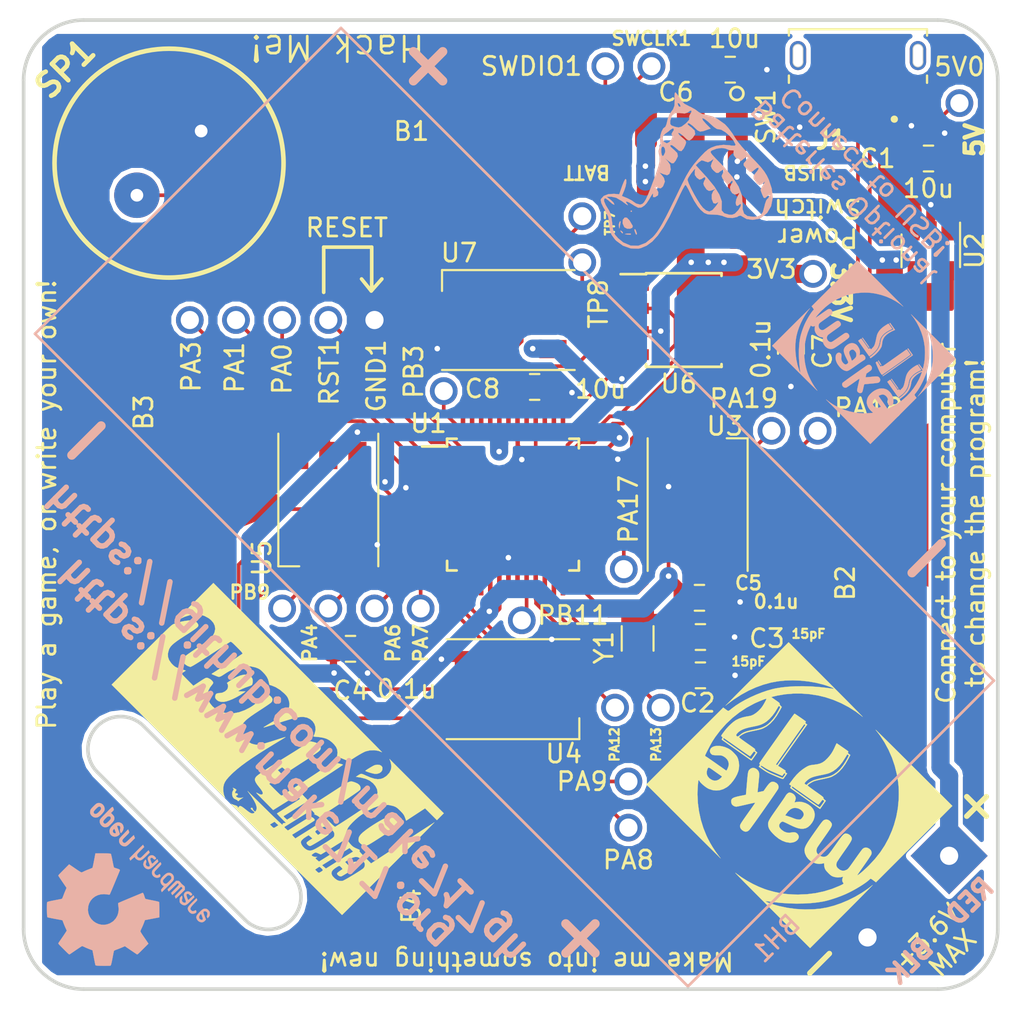
<source format=kicad_pcb>
(kicad_pcb (version 20171130) (host pcbnew "(5.0.1-3-g963ef8bb5)")
  (layers (0 F.Cu signal) (31 B.Cu signal) (34 B.Paste user) (35 F.Paste user) (36 B.SilkS user) (37 F.SilkS user) (38 B.Mask user) (39 F.Mask user) (44 Edge.Cuts user))
  (net 0 "")
  (net 1 GND)
  (net 2 +3V3)
  (net 3 /USBVDD_5V)
  (net 4 /XTAL1_PA14)
  (net 5 /XTAL2_PA15)
  (net 6 /USB_N)
  (net 7 /USB_P)
  (net 8 "Net-(J1-Pad4)")
  (net 9 /BUZZER)
  (net 10 /PA00)
  (net 11 /PA01)
  (net 12 /PTC_BUTTON1)
  (net 13 /PTC_BUTTON2)
  (net 14 /PTC_BUTTON3)
  (net 15 /PTC_BUTTON4)
  (net 16 /FLASH_SI)
  (net 17 /FLASH_SCK)
  (net 18 /FLASH_SO)
  (net 19 /FLASH_CS#)
  (net 20 /LED_SDI)
  (net 21 /LED_CLK)
  (net 22 "Net-(U4-Pad5)")
  (net 23 "Net-(U4-Pad6)")
  (net 24 "Net-(U5-Pad6)")
  (net 25 "Net-(U5-Pad5)")
  (net 26 /SWDIO)
  (net 27 /SWCLK)
  (net 28 "Net-(J1-PadS6)")
  (net 29 "Net-(J1-PadS5)")
  (net 30 "Net-(J1-PadS3)")
  (net 31 "Net-(J1-PadS4)")
  (net 32 "Net-(TP8-Pad1)")
  (net 33 "Net-(TP7-Pad1)")
  (net 34 "Net-(SW1-Pad1)")
  (net 35 "Net-(U1-Pad15)")
  (net 36 "Net-(U1-Pad16)")
  (net 37 "Net-(U1-Pad19)")
  (net 38 "Net-(U1-Pad39)")
  (net 39 "Net-(U1-Pad41)")
  (net 40 "Net-(U3-Pad5)")
  (net 41 "Net-(U3-Pad6)")
  (net 42 "Net-(BH1-Pad1)")
  (net 43 "Net-(U2-Pad4)")
  (net 44 "Net-(C8-Pad1)")
  (net 45 /PA09)
  (net 46 /PA08)
  (net 47 /PA07)
  (net 48 /PA06)
  (net 49 /PA04)
  (net 50 /PB09)
  (net 51 /PA03)
  (net 52 /PB03)
  (net 53 /PA13)
  (net 54 /PA12)
  (net 55 /PB11)
  (net 56 /PA19)
  (net 57 /PA18)
  (net 58 /PA17)
  (net 59 "Net-(RST1-Pad1)")
  (module PCB_proj:LOGO (layer F.Cu) (at 170.688 109.982 135)
    (fp_text reference G*** hide)
    (fp_text value LOGO hide)
  )
  (module PCB_proj:cp_logo (layer F.Cu) (at 141.986 107.442 135)
    (fp_text reference G*** hide)
    (fp_text value cp_logo hide)
  )
  (module Symbol:OSHW-Logo2_9.8x8mm_SilkScreen (layer B.Cu) (at 132.842 115.824 315)
    (fp_text reference REF** hide)
    (fp_text value OSHW-Logo2_9.8x8mm_SilkScreen hide)
  )
  (module PCB_proj:make_717_logo_small (layer B.Cu) (at 174.244 85.598 315)
    (fp_text reference G*** hide)
    (fp_text value make_717_logo_small hide)
  )
  (module PCB_proj:blink_small (layer B.Cu) (at 164.084 76.454 315)
    (fp_text reference G*** hide)
    (fp_text value blink_small hide)
  )
  (module PCB_proj:PKM13EPYH4002-B0 (layer F.Cu) (at 136.017 75.184 45)
    (fp_text reference SP1 (at -0.35921 -7.72302 -135) (layer F.SilkS) (effects (font (size 1.27 1.27) (thickness 0.254))))
    (fp_text value PKM13EPYH4000-A0 hide)
    (pad 1 thru_hole circle (at -2.5 0 135) (size 2.5 2.5) (drill 0.7) (layers *.Cu *.Mask) (net 9 /BUZZER))
    (pad 2 thru_hole circle (at 2.5 0 135) (size 2.5 2.5) (drill 0.7) (layers *.Cu *.Mask) (net 1 GND))
  )
  (module PCB_proj:aaa_battery_holder (layer B.Cu) (at 164.5666 120.4976 135)
    (fp_text reference BH1 (at -1.562565 5.298351 45) (layer B.SilkS) (effects (justify mirror)))
    (fp_text value AAA_holder)
    (pad 2 thru_hole circle (at -5.08 8.89 135) (size 3 3) (drill 1) (layers *.Cu *.Mask) (net 1 GND))
    (pad 1 thru_hole rect (at -5.08 15.24 135) (size 3 3) (drill 1) (layers *.Cu *.Mask) (net 42 "Net-(BH1-Pad1)"))
  )
  (module Capacitor_SMD:C_0805_2012Metric (layer F.Cu) (at 170.2308 85.4202 270)
    (fp_text reference C7 (at 0.127 -1.7272 270) (layer F.SilkS))
    (fp_text value 0.1u (at 0 1.65 270) (layer F.SilkS))
    (pad 2 smd roundrect (at 0.9375 0 270) (size 0.975 1.4) (layers F.Cu F.Paste F.Mask) (net 1 GND))
    (pad 1 smd roundrect (at -0.9375 0 270) (size 0.975 1.4) (layers F.Cu F.Paste F.Mask) (net 2 +3V3))
  )
  (module Capacitor_SMD:C_0805_2012Metric (layer F.Cu) (at 166.893 70.0405)
    (fp_text reference C6 (at -2.9868 1.2319) (layer F.SilkS))
    (fp_text value 10u (at 0.239 -1.7145) (layer F.SilkS))
    (pad 1 smd roundrect (at -0.9375 0) (size 0.975 1.4) (layers F.Cu F.Paste F.Mask) (net 2 +3V3))
    (pad 2 smd roundrect (at 0.9375 0) (size 0.975 1.4) (layers F.Cu F.Paste F.Mask) (net 1 GND))
  )
  (module Capacitor_SMD:C_0805_2012Metric (layer F.Cu) (at 165.1993 99.1108)
    (fp_text reference C5 (at 2.6947 -0.8128) (layer F.SilkS) (effects (font (size 0.75 0.75))))
    (fp_text value 0.1u (at 4.2187 0.2032) (layer F.SilkS) (effects (font (size 0.75 0.75))))
    (pad 2 smd roundrect (at 0.9375 0) (size 0.975 1.4) (layers F.Cu F.Paste F.Mask) (net 1 GND))
    (pad 1 smd roundrect (at -0.9375 0) (size 0.975 1.4) (layers F.Cu F.Paste F.Mask) (net 2 +3V3))
  )
  (module Capacitor_SMD:C_0805_2012Metric (layer F.Cu) (at 146.0015 101.9175)
    (fp_text reference C4 (at 0.0231 2.2987) (layer F.SilkS))
    (fp_text value 0.1u (at 3.0965 2.2225) (layer F.SilkS))
    (pad 1 smd roundrect (at -0.9375 0) (size 0.975 1.4) (layers F.Cu F.Paste F.Mask) (net 2 +3V3))
    (pad 2 smd roundrect (at 0.9375 0) (size 0.975 1.4) (layers F.Cu F.Paste F.Mask) (net 1 GND))
  )
  (module Capacitor_SMD:C_0805_2012Metric (layer F.Cu) (at 177.8 74.93)
    (fp_text reference C1 (at -2.794 0) (layer F.SilkS))
    (fp_text value 10u (at 0 1.65) (layer F.SilkS))
    (pad 2 smd roundrect (at 0.9375 0) (size 0.975 1.4) (layers F.Cu F.Paste F.Mask) (net 1 GND))
    (pad 1 smd roundrect (at -0.9375 0) (size 0.975 1.4) (layers F.Cu F.Paste F.Mask) (net 3 /USBVDD_5V))
  )
  (module Capacitor_SMD:C_0805_2012Metric (layer F.Cu) (at 156.1315 87.503)
    (fp_text reference C8 (at -2.8679 0.1016) (layer F.SilkS))
    (fp_text value 10u (at 3.6345 0.127) (layer F.SilkS))
    (pad 1 smd roundrect (at -0.9375 0) (size 0.975 1.4) (layers F.Cu F.Paste F.Mask) (net 44 "Net-(C8-Pad1)"))
    (pad 2 smd roundrect (at 0.9375 0) (size 0.975 1.4) (layers F.Cu F.Paste F.Mask) (net 1 GND))
  )
  (module Capacitor_SMD:C_0805_2012Metric (layer F.Cu) (at 165.2525 101.2698)
    (fp_text reference C3 (at 3.6575 0.0762) (layer F.SilkS))
    (fp_text value 15pF (at 5.9435 -0.1778) (layer F.SilkS) (effects (font (size 0.5 0.5) (thickness 0.125))))
    (pad 1 smd roundrect (at -0.9375 0) (size 0.975 1.4) (layers F.Cu F.Paste F.Mask) (net 5 /XTAL2_PA15))
    (pad 2 smd roundrect (at 0.9375 0) (size 0.975 1.4) (layers F.Cu F.Paste F.Mask) (net 1 GND))
  )
  (module Capacitor_SMD:C_0805_2012Metric (layer F.Cu) (at 165.2524 103.378)
    (fp_text reference C2 (at -0.1524 1.524) (layer F.SilkS))
    (fp_text value 15pF (at 2.6416 -0.762) (layer F.SilkS) (effects (font (size 0.5 0.5) (thickness 0.125))))
    (pad 2 smd roundrect (at 0.9375 0) (size 0.975 1.4) (layers F.Cu F.Paste F.Mask) (net 1 GND))
    (pad 1 smd roundrect (at -0.9375 0) (size 0.975 1.4) (layers F.Cu F.Paste F.Mask) (net 4 /XTAL1_PA14))
  )
  (module TestPoint:TestPoint_THTPad_D1.5mm_Drill1.0mm (layer F.Cu) (at 162.56 69.85)
    (fp_text reference SWCLK1 (at 0 -1.524) (layer F.SilkS) (effects (font (size 0.75 0.75))))
    (fp_text value TestPoint)
    (pad 1 thru_hole circle (at 0 0) (size 1.524 1.524) (drill 1) (layers *.Cu *.Mask) (net 27 /SWCLK))
  )
  (module TestPoint:TestPoint_THTPad_D1.5mm_Drill1.0mm (layer F.Cu) (at 160.02 69.85)
    (fp_text reference SWDIO1 (at -4.064 0) (layer F.SilkS))
    (fp_text value TestPoint)
    (pad 1 thru_hole circle (at 0 0) (size 1.524 1.524) (drill 1) (layers *.Cu *.Mask) (net 26 /SWDIO))
  )
  (module TestPoint:TestPoint_THTPad_D1.5mm_Drill1.0mm (layer F.Cu) (at 171.45 81.28)
    (fp_text reference 3V3 (at -2.286 -0.254) (layer F.SilkS))
    (fp_text value TestPoint)
    (pad 1 thru_hole circle (at 0 0) (size 1.524 1.524) (drill 1) (layers *.Cu *.Mask) (net 2 +3V3))
  )
  (module TestPoint:TestPoint_THTPad_D1.5mm_Drill1.0mm (layer F.Cu) (at 179.5018 71.882)
    (fp_text reference 5V0 (at 0 -1.998) (layer F.SilkS))
    (fp_text value TestPoint)
    (pad 1 thru_hole circle (at 0 0) (size 1.524 1.524) (drill 1) (layers *.Cu *.Mask) (net 3 /USBVDD_5V))
  )
  (module TestPoint:TestPoint_THTPad_D1.5mm_Drill1.0mm (layer F.Cu) (at 144.78 83.82)
    (fp_text reference RST1 (at 0.0508 2.8702 90) (layer F.SilkS))
    (fp_text value TestPoint)
    (pad 1 thru_hole circle (at 0 0) (size 1.524 1.524) (drill 1) (layers *.Cu *.Mask) (net 59 "Net-(RST1-Pad1)"))
  )
  (module TestPoint:TestPoint_THTPad_D1.5mm_Drill1.0mm (layer F.Cu) (at 171.704 89.916)
    (fp_text reference PA18 (at 2.794 -1.27) (layer F.SilkS))
    (fp_text value TestPoint)
    (pad 1 thru_hole circle (at 0 0) (size 1.524 1.524) (drill 1) (layers *.Cu *.Mask) (net 57 /PA18))
  )
  (module TestPoint:TestPoint_THTPad_D1.5mm_Drill1.0mm (layer F.Cu) (at 161.036 97.536)
    (fp_text reference PA17 (at 0.254 -3.302 90) (layer F.SilkS))
    (fp_text value TestPoint)
    (pad 1 thru_hole circle (at 0 0) (size 1.524 1.524) (drill 1) (layers *.Cu *.Mask) (net 58 /PA17))
  )
  (module TestPoint:TestPoint_THTPad_D1.5mm_Drill1.0mm (layer F.Cu) (at 163.068 105.156)
    (fp_text reference PA13 (at -0.254 2.032 90) (layer F.SilkS) (effects (font (size 0.5 0.5) (thickness 0.125))))
    (fp_text value TestPoint)
    (pad 1 thru_hole circle (at 0 0) (size 1.524 1.524) (drill 1) (layers *.Cu *.Mask) (net 53 /PA13))
  )
  (module TestPoint:TestPoint_THTPad_D1.5mm_Drill1.0mm (layer F.Cu) (at 151.13 87.7316)
    (fp_text reference PB3 (at -1.651 -1.0668 90) (layer F.SilkS))
    (fp_text value TestPoint)
    (pad 1 thru_hole circle (at 0 0) (size 1.524 1.524) (drill 1) (layers *.Cu *.Mask) (net 52 /PB03))
  )
  (module TestPoint:TestPoint_THTPad_D1.5mm_Drill1.0mm (layer F.Cu) (at 161.29 109.22)
    (fp_text reference PA9 (at -2.54 0 180) (layer F.SilkS))
    (fp_text value TestPoint)
    (pad 1 thru_hole circle (at 0 0) (size 1.524 1.524) (drill 1) (layers *.Cu *.Mask) (net 45 /PA09))
  )
  (module TestPoint:TestPoint_THTPad_D1.5mm_Drill1.0mm (layer F.Cu) (at 161.29 111.76)
    (fp_text reference PA8 (at 0 1.778) (layer F.SilkS))
    (fp_text value TestPoint)
    (pad 1 thru_hole circle (at 0 0) (size 1.524 1.524) (drill 1) (layers *.Cu *.Mask) (net 46 /PA08))
  )
  (module TestPoint:TestPoint_THTPad_D1.5mm_Drill1.0mm (layer F.Cu) (at 149.86 99.695)
    (fp_text reference PA7 (at 0 1.905 90) (layer F.SilkS) (effects (font (size 0.75 0.75))))
    (fp_text value TestPoint)
    (pad 1 thru_hole circle (at 0 0) (size 1.524 1.524) (drill 1) (layers *.Cu *.Mask) (net 47 /PA07))
  )
  (module TestPoint:TestPoint_THTPad_D1.5mm_Drill1.0mm (layer F.Cu) (at 147.32 99.695)
    (fp_text reference PA6 (at 1.016 1.905 90) (layer F.SilkS) (effects (font (size 0.75 0.75))))
    (fp_text value TestPoint)
    (pad 1 thru_hole circle (at 0 0) (size 1.524 1.524) (drill 1) (layers *.Cu *.Mask) (net 48 /PA06))
  )
  (module TestPoint:TestPoint_THTPad_D1.5mm_Drill1.0mm (layer F.Cu) (at 144.78 99.695)
    (fp_text reference PA4 (at -1.016 1.905 90) (layer F.SilkS) (effects (font (size 0.75 0.75))))
    (fp_text value TestPoint)
    (pad 1 thru_hole circle (at 0 0) (size 1.524 1.524) (drill 1) (layers *.Cu *.Mask) (net 49 /PA04))
  )
  (module TestPoint:TestPoint_THTPad_D1.5mm_Drill1.0mm (layer F.Cu) (at 137.16 83.82)
    (fp_text reference PA3 (at 0.0762 2.5654 90) (layer F.SilkS))
    (fp_text value TestPoint)
    (pad 1 thru_hole circle (at 0 0) (size 1.524 1.524) (drill 1) (layers *.Cu *.Mask) (net 51 /PA03))
  )
  (module TestPoint:TestPoint_THTPad_D1.5mm_Drill1.0mm (layer F.Cu) (at 139.7 83.82)
    (fp_text reference PA1 (at -0.0762 2.6162 90) (layer F.SilkS))
    (fp_text value TestPoint)
    (pad 1 thru_hole circle (at 0 0) (size 1.524 1.524) (drill 1) (layers *.Cu *.Mask) (net 11 /PA01))
  )
  (module TestPoint:TestPoint_THTPad_D1.5mm_Drill1.0mm (layer F.Cu) (at 142.24 83.82)
    (fp_text reference PA0 (at 0 2.6924 90) (layer F.SilkS))
    (fp_text value TestPoint)
    (pad 1 thru_hole circle (at 0 0) (size 1.524 1.524) (drill 1) (layers *.Cu *.Mask) (net 10 /PA00))
  )
  (module TestPoint:TestPoint_THTPad_D1.5mm_Drill1.0mm (layer F.Cu) (at 147.32 83.82)
    (fp_text reference GND1 (at 0.1016 3.0734 90) (layer F.SilkS))
    (fp_text value TestPoint)
    (pad 1 thru_hole circle (at 0 0) (size 1.524 1.524) (drill 1) (layers *.Cu *.Mask) (net 1 GND))
  )
  (module TestPoint:TestPoint_THTPad_D1.5mm_Drill1.0mm (layer F.Cu) (at 142.24 99.695)
    (fp_text reference PB9 (at -1.778 -0.889 180) (layer F.SilkS) (effects (font (size 0.75 0.75))))
    (fp_text value TestPoint)
    (pad 1 thru_hole circle (at 0 0) (size 1.524 1.524) (drill 1) (layers *.Cu *.Mask) (net 50 /PB09))
  )
  (module TestPoint:TestPoint_THTPad_D1.5mm_Drill1.0mm (layer F.Cu) (at 155.425 100.35)
    (fp_text reference PB11 (at 2.817 -0.274) (layer F.SilkS))
    (fp_text value TestPoint)
    (pad 1 thru_hole circle (at 0 0) (size 1.524 1.524) (drill 1) (layers *.Cu *.Mask) (net 55 /PB11))
  )
  (module TestPoint:TestPoint_THTPad_D1.5mm_Drill1.0mm (layer F.Cu) (at 160.5534 105.156)
    (fp_text reference PA12 (at -0.0254 2.032 90) (layer F.SilkS) (effects (font (size 0.5 0.5) (thickness 0.125))))
    (fp_text value TestPoint)
    (pad 1 thru_hole circle (at 0 0) (size 1.524 1.524) (drill 1) (layers *.Cu *.Mask) (net 54 /PA12))
  )
  (module TestPoint:TestPoint_THTPad_D1.5mm_Drill1.0mm (layer F.Cu) (at 169.164 89.916)
    (fp_text reference PA19 (at -1.524 -1.778) (layer F.SilkS))
    (fp_text value TestPoint)
    (pad 1 thru_hole circle (at 0 0) (size 1.524 1.524) (drill 1) (layers *.Cu *.Mask) (net 56 /PA19))
  )
  (module usb:usb (layer F.Cu) (at 173.92 69.264 180)
    (fp_text reference J1 (at 1.454 -4.65 180) (layer F.SilkS) (effects (font (thickness 0.2))))
    (fp_text value 10118193-0001LF hide)
    (fp_arc (start -3.3 -0.35) (end -3.3 -0.6) (angle -90) (layer Edge.Cuts) (width 0.1))
    (fp_arc (start -3.3 -0.35) (end -3.05 -0.35) (angle -90) (layer Edge.Cuts) (width 0.1))
    (fp_line (start -3.05 -0.35) (end -3.05 0.35) (layer Edge.Cuts) (width 0.1))
    (fp_arc (start -3.3 0.35) (end -3.3 0.6) (angle -90) (layer Edge.Cuts) (width 0.1))
    (fp_arc (start -3.3 0.35) (end -3.55 0.35) (angle -90) (layer Edge.Cuts) (width 0.1))
    (fp_line (start -3.55 0.35) (end -3.55 -0.35) (layer Edge.Cuts) (width 0.1))
    (fp_arc (start 3.3 -0.35) (end 3.3 -0.6) (angle -90) (layer Edge.Cuts) (width 0.1))
    (fp_arc (start 3.3 -0.35) (end 3.55 -0.35) (angle -90) (layer Edge.Cuts) (width 0.1))
    (fp_line (start 3.55 -0.35) (end 3.55 0.35) (layer Edge.Cuts) (width 0.1))
    (fp_arc (start 3.3 0.35) (end 3.3 0.6) (angle -90) (layer Edge.Cuts) (width 0.1))
    (fp_arc (start 3.3 0.35) (end 3.05 0.35) (angle -90) (layer Edge.Cuts) (width 0.1))
    (fp_line (start 3.05 0.35) (end 3.05 -0.35) (layer Edge.Cuts) (width 0.1))
    (pad 1 smd rect (at -1.3 -2.675 180) (size 0.4 1.35) (layers F.Cu F.Paste F.Mask) (net 3 /USBVDD_5V))
    (pad 2 smd rect (at -0.65 -2.675 180) (size 0.4 1.35) (layers F.Cu F.Paste F.Mask) (net 6 /USB_N))
    (pad 3 smd rect (at 0 -2.675 180) (size 0.4 1.35) (layers F.Cu F.Paste F.Mask) (net 7 /USB_P))
    (pad 4 smd rect (at 0.65 -2.675 180) (size 0.4 1.35) (layers F.Cu F.Paste F.Mask) (net 8 "Net-(J1-Pad4)"))
    (pad 5 smd rect (at 1.3 -2.675 180) (size 0.4 1.35) (layers F.Cu F.Paste F.Mask) (net 1 GND))
    (pad S1 smd rect (at -3.2 -2.45 180) (size 1.6 1.4) (layers F.Cu F.Paste F.Mask) (net 1 GND))
    (pad S2 smd rect (at 3.2 -2.45 180) (size 1.6 1.4) (layers F.Cu F.Paste F.Mask) (net 1 GND))
    (pad S4 smd rect (at -1.2 0 180) (size 1.9 1.9) (layers F.Cu F.Paste F.Mask) (net 31 "Net-(J1-PadS4)"))
    (pad S3 smd rect (at 1.2 0 180) (size 1.9 1.9) (layers F.Cu F.Paste F.Mask) (net 30 "Net-(J1-PadS3)"))
    (pad S5 thru_hole oval (at -3.3 0 270) (size 1.6 0.9) (drill oval 1.2 0.5) (layers *.Cu *.Mask) (net 29 "Net-(J1-PadS5)"))
    (pad S6 thru_hole oval (at 3.3 0 270) (size 1.6 0.9) (drill oval 1.2 0.5) (layers *.Cu *.Mask) (net 28 "Net-(J1-PadS6)"))
  )
  (module Package_TO_SOT_SMD:SOT-23-5 (layer F.Cu) (at 177.927 80.01 270)
    (fp_text reference U2 (at 0 -2.413 270) (layer F.SilkS))
    (fp_text value MIC5504-3.3YM5)
    (pad 1 smd rect (at -1.1 -0.95 270) (size 1.06 0.65) (layers F.Cu F.Paste F.Mask) (net 3 /USBVDD_5V))
    (pad 2 smd rect (at -1.1 0 270) (size 1.06 0.65) (layers F.Cu F.Paste F.Mask) (net 1 GND))
    (pad 3 smd rect (at -1.1 0.95 270) (size 1.06 0.65) (layers F.Cu F.Paste F.Mask) (net 3 /USBVDD_5V))
    (pad 4 smd rect (at 1.1 0.95 270) (size 1.06 0.65) (layers F.Cu F.Paste F.Mask) (net 43 "Net-(U2-Pad4)"))
    (pad 5 smd rect (at 1.1 -0.95 270) (size 1.06 0.65) (layers F.Cu F.Paste F.Mask) (net 34 "Net-(SW1-Pad1)"))
  )
  (module LED_SMD:LED_WS2812_PLCC6_5.0x5.0mm_P1.6mm (layer F.Cu) (at 154.686 83.82)
    (fp_text reference U7 (at -2.711 -3.695) (layer F.SilkS))
    (fp_text value SK9822)
    (pad 1 smd rect (at -2.45 -1.6) (size 1.5 1) (layers F.Cu F.Paste F.Mask) (net 24 "Net-(U5-Pad6)"))
    (pad 2 smd rect (at -2.45 0) (size 1.5 1) (layers F.Cu F.Paste F.Mask) (net 25 "Net-(U5-Pad5)"))
    (pad 3 smd rect (at -2.45 1.6) (size 1.5 1) (layers F.Cu F.Paste F.Mask) (net 1 GND))
    (pad 6 smd rect (at 2.45 -1.6) (size 1.5 1) (layers F.Cu F.Paste F.Mask) (net 33 "Net-(TP7-Pad1)"))
    (pad 5 smd rect (at 2.45 0) (size 1.5 1) (layers F.Cu F.Paste F.Mask) (net 32 "Net-(TP8-Pad1)"))
    (pad 4 smd rect (at 2.45 1.6) (size 1.5 1) (layers F.Cu F.Paste F.Mask) (net 2 +3V3))
  )
  (module LED_SMD:LED_WS2812_PLCC6_5.0x5.0mm_P1.6mm (layer F.Cu) (at 165.1 93.98 270)
    (fp_text reference U3 (at -4.318 -1.4986) (layer F.SilkS))
    (fp_text value SK9822)
    (pad 1 smd rect (at -2.45 -1.6 270) (size 1.5 1) (layers F.Cu F.Paste F.Mask) (net 20 /LED_SDI))
    (pad 2 smd rect (at -2.45 0 270) (size 1.5 1) (layers F.Cu F.Paste F.Mask) (net 21 /LED_CLK))
    (pad 3 smd rect (at -2.45 1.6 270) (size 1.5 1) (layers F.Cu F.Paste F.Mask) (net 1 GND))
    (pad 6 smd rect (at 2.45 -1.6 270) (size 1.5 1) (layers F.Cu F.Paste F.Mask) (net 41 "Net-(U3-Pad6)"))
    (pad 5 smd rect (at 2.45 0 270) (size 1.5 1) (layers F.Cu F.Paste F.Mask) (net 40 "Net-(U3-Pad5)"))
    (pad 4 smd rect (at 2.45 1.6 270) (size 1.5 1) (layers F.Cu F.Paste F.Mask) (net 2 +3V3))
  )
  (module LED_SMD:LED_WS2812_PLCC6_5.0x5.0mm_P1.6mm (layer F.Cu) (at 154.94 104.14 180)
    (fp_text reference U4 (at -2.794 -3.556 180) (layer F.SilkS))
    (fp_text value SK9822)
    (pad 1 smd rect (at -2.45 -1.6 180) (size 1.5 1) (layers F.Cu F.Paste F.Mask) (net 41 "Net-(U3-Pad6)"))
    (pad 2 smd rect (at -2.45 0 180) (size 1.5 1) (layers F.Cu F.Paste F.Mask) (net 40 "Net-(U3-Pad5)"))
    (pad 3 smd rect (at -2.45 1.6 180) (size 1.5 1) (layers F.Cu F.Paste F.Mask) (net 1 GND))
    (pad 6 smd rect (at 2.45 -1.6 180) (size 1.5 1) (layers F.Cu F.Paste F.Mask) (net 23 "Net-(U4-Pad6)"))
    (pad 5 smd rect (at 2.45 0 180) (size 1.5 1) (layers F.Cu F.Paste F.Mask) (net 22 "Net-(U4-Pad5)"))
    (pad 4 smd rect (at 2.45 1.6 180) (size 1.5 1) (layers F.Cu F.Paste F.Mask) (net 2 +3V3))
  )
  (module LED_SMD:LED_WS2812_PLCC6_5.0x5.0mm_P1.6mm (layer F.Cu) (at 144.78 93.726 90)
    (fp_text reference U5 (at -3.199 -3.655 90) (layer F.SilkS))
    (fp_text value SK9822)
    (pad 1 smd rect (at -2.45 -1.6 90) (size 1.5 1) (layers F.Cu F.Paste F.Mask) (net 23 "Net-(U4-Pad6)"))
    (pad 2 smd rect (at -2.45 0 90) (size 1.5 1) (layers F.Cu F.Paste F.Mask) (net 22 "Net-(U4-Pad5)"))
    (pad 3 smd rect (at -2.45 1.6 90) (size 1.5 1) (layers F.Cu F.Paste F.Mask) (net 1 GND))
    (pad 6 smd rect (at 2.45 -1.6 90) (size 1.5 1) (layers F.Cu F.Paste F.Mask) (net 24 "Net-(U5-Pad6)"))
    (pad 5 smd rect (at 2.45 0 90) (size 1.5 1) (layers F.Cu F.Paste F.Mask) (net 25 "Net-(U5-Pad5)"))
    (pad 4 smd rect (at 2.45 1.6 90) (size 1.5 1) (layers F.Cu F.Paste F.Mask) (net 2 +3V3))
  )
  (module PCB_proj:JS202011SCQN (layer F.Cu) (at 167.259 73.152 180)
    (fp_text reference SW1 (at -1.6002 0.508 270) (layer F.SilkS))
    (fp_text value JS202011SCQN)
    (pad 4 smd roundrect (at 0 -5.5) (size 1.2 2.5) (layers F.Cu F.Paste F.Mask) (net 34 "Net-(SW1-Pad1)"))
    (pad 5 smd roundrect (at 2.5 -5.5 180) (size 1.2 2.5) (layers F.Cu F.Paste F.Mask) (net 2 +3V3))
    (pad 6 smd roundrect (at 5 -5.5 180) (size 1.2 2.5) (layers F.Cu F.Paste F.Mask) (net 42 "Net-(BH1-Pad1)"))
    (pad 3 smd roundrect (at 5 0 180) (size 1.2 2.5) (layers F.Cu F.Paste F.Mask) (net 42 "Net-(BH1-Pad1)"))
    (pad 1 smd roundrect (at 0 0 180) (size 1.2 2.5) (layers F.Cu F.Paste F.Mask) (net 34 "Net-(SW1-Pad1)"))
    (pad 2 smd roundrect (at 2.5 0 180) (size 1.2 2.5) (layers F.Cu F.Paste F.Mask) (net 2 +3V3))
  )
  (module Package_QFP:TQFP-48_7x7mm_P0.5mm (layer F.Cu) (at 154.94 93.98)
    (fp_text reference U1 (at -4.6482 -4.4704) (layer F.SilkS))
    (fp_text value ATSAMD21G18A-AUT)
    (pad 1 smd rect (at -4.35 -2.75) (size 1.3 0.25) (layers F.Cu F.Paste F.Mask) (net 10 /PA00))
    (pad 2 smd rect (at -4.35 -2.25) (size 1.3 0.25) (layers F.Cu F.Paste F.Mask) (net 11 /PA01))
    (pad 3 smd rect (at -4.35 -1.75) (size 1.3 0.25) (layers F.Cu F.Paste F.Mask) (net 13 /PTC_BUTTON2))
    (pad 4 smd rect (at -4.35 -1.25) (size 1.3 0.25) (layers F.Cu F.Paste F.Mask) (net 51 /PA03))
    (pad 5 smd rect (at -4.35 -0.75) (size 1.3 0.25) (layers F.Cu F.Paste F.Mask) (net 1 GND))
    (pad 6 smd rect (at -4.35 -0.25) (size 1.3 0.25) (layers F.Cu F.Paste F.Mask) (net 2 +3V3))
    (pad 7 smd rect (at -4.35 0.25) (size 1.3 0.25) (layers F.Cu F.Paste F.Mask) (net 14 /PTC_BUTTON3))
    (pad 8 smd rect (at -4.35 0.75) (size 1.3 0.25) (layers F.Cu F.Paste F.Mask) (net 50 /PB09))
    (pad 9 smd rect (at -4.35 1.25) (size 1.3 0.25) (layers F.Cu F.Paste F.Mask) (net 49 /PA04))
    (pad 10 smd rect (at -4.35 1.75) (size 1.3 0.25) (layers F.Cu F.Paste F.Mask) (net 15 /PTC_BUTTON4))
    (pad 11 smd rect (at -4.35 2.25) (size 1.3 0.25) (layers F.Cu F.Paste F.Mask) (net 48 /PA06))
    (pad 12 smd rect (at -4.35 2.75) (size 1.3 0.25) (layers F.Cu F.Paste F.Mask) (net 47 /PA07))
    (pad 13 smd rect (at -2.75 4.35 90) (size 1.3 0.25) (layers F.Cu F.Paste F.Mask) (net 46 /PA08))
    (pad 14 smd rect (at -2.25 4.35 90) (size 1.3 0.25) (layers F.Cu F.Paste F.Mask) (net 45 /PA09))
    (pad 15 smd rect (at -1.75 4.35 90) (size 1.3 0.25) (layers F.Cu F.Paste F.Mask) (net 35 "Net-(U1-Pad15)"))
    (pad 16 smd rect (at -1.25 4.35 90) (size 1.3 0.25) (layers F.Cu F.Paste F.Mask) (net 36 "Net-(U1-Pad16)"))
    (pad 17 smd rect (at -0.75 4.35 90) (size 1.3 0.25) (layers F.Cu F.Paste F.Mask) (net 2 +3V3))
    (pad 18 smd rect (at -0.25 4.35 90) (size 1.3 0.25) (layers F.Cu F.Paste F.Mask) (net 1 GND))
    (pad 19 smd rect (at 0.25 4.35 90) (size 1.3 0.25) (layers F.Cu F.Paste F.Mask) (net 37 "Net-(U1-Pad19)"))
    (pad 20 smd rect (at 0.75 4.35 90) (size 1.3 0.25) (layers F.Cu F.Paste F.Mask) (net 55 /PB11))
    (pad 21 smd rect (at 1.25 4.35 90) (size 1.3 0.25) (layers F.Cu F.Paste F.Mask) (net 54 /PA12))
    (pad 22 smd rect (at 1.75 4.35 90) (size 1.3 0.25) (layers F.Cu F.Paste F.Mask) (net 53 /PA13))
    (pad 23 smd rect (at 2.25 4.35 90) (size 1.3 0.25) (layers F.Cu F.Paste F.Mask) (net 4 /XTAL1_PA14))
    (pad 24 smd rect (at 2.75 4.35 90) (size 1.3 0.25) (layers F.Cu F.Paste F.Mask) (net 5 /XTAL2_PA15))
    (pad 25 smd rect (at 4.35 2.75) (size 1.3 0.25) (layers F.Cu F.Paste F.Mask) (net 9 /BUZZER))
    (pad 26 smd rect (at 4.35 2.25) (size 1.3 0.25) (layers F.Cu F.Paste F.Mask) (net 58 /PA17))
    (pad 27 smd rect (at 4.35 1.75) (size 1.3 0.25) (layers F.Cu F.Paste F.Mask) (net 57 /PA18))
    (pad 28 smd rect (at 4.35 1.25) (size 1.3 0.25) (layers F.Cu F.Paste F.Mask) (net 56 /PA19))
    (pad 29 smd rect (at 4.35 0.75) (size 1.3 0.25) (layers F.Cu F.Paste F.Mask) (net 16 /FLASH_SI))
    (pad 30 smd rect (at 4.35 0.25) (size 1.3 0.25) (layers F.Cu F.Paste F.Mask) (net 17 /FLASH_SCK))
    (pad 31 smd rect (at 4.35 -0.25) (size 1.3 0.25) (layers F.Cu F.Paste F.Mask) (net 21 /LED_CLK))
    (pad 32 smd rect (at 4.35 -0.75) (size 1.3 0.25) (layers F.Cu F.Paste F.Mask) (net 20 /LED_SDI))
    (pad 33 smd rect (at 4.35 -1.25) (size 1.3 0.25) (layers F.Cu F.Paste F.Mask) (net 6 /USB_N))
    (pad 34 smd rect (at 4.35 -1.75) (size 1.3 0.25) (layers F.Cu F.Paste F.Mask) (net 7 /USB_P))
    (pad 35 smd rect (at 4.35 -2.25) (size 1.3 0.25) (layers F.Cu F.Paste F.Mask) (net 1 GND))
    (pad 36 smd rect (at 4.35 -2.75) (size 1.3 0.25) (layers F.Cu F.Paste F.Mask) (net 2 +3V3))
    (pad 37 smd rect (at 2.75 -4.35 90) (size 1.3 0.25) (layers F.Cu F.Paste F.Mask) (net 18 /FLASH_SO))
    (pad 38 smd rect (at 2.25 -4.35 90) (size 1.3 0.25) (layers F.Cu F.Paste F.Mask) (net 19 /FLASH_CS#))
    (pad 39 smd rect (at 1.75 -4.35 90) (size 1.3 0.25) (layers F.Cu F.Paste F.Mask) (net 38 "Net-(U1-Pad39)"))
    (pad 40 smd rect (at 1.25 -4.35 90) (size 1.3 0.25) (layers F.Cu F.Paste F.Mask) (net 59 "Net-(RST1-Pad1)"))
    (pad 41 smd rect (at 0.75 -4.35 90) (size 1.3 0.25) (layers F.Cu F.Paste F.Mask) (net 39 "Net-(U1-Pad41)"))
    (pad 42 smd rect (at 0.25 -4.35 90) (size 1.3 0.25) (layers F.Cu F.Paste F.Mask) (net 1 GND))
    (pad 43 smd rect (at -0.25 -4.35 90) (size 1.3 0.25) (layers F.Cu F.Paste F.Mask) (net 44 "Net-(C8-Pad1)"))
    (pad 44 smd rect (at -0.75 -4.35 90) (size 1.3 0.25) (layers F.Cu F.Paste F.Mask) (net 2 +3V3))
    (pad 45 smd rect (at -1.25 -4.35 90) (size 1.3 0.25) (layers F.Cu F.Paste F.Mask) (net 27 /SWCLK))
    (pad 46 smd rect (at -1.75 -4.35 90) (size 1.3 0.25) (layers F.Cu F.Paste F.Mask) (net 26 /SWDIO))
    (pad 47 smd rect (at -2.25 -4.35 90) (size 1.3 0.25) (layers F.Cu F.Paste F.Mask) (net 12 /PTC_BUTTON1))
    (pad 48 smd rect (at -2.75 -4.35 90) (size 1.3 0.25) (layers F.Cu F.Paste F.Mask) (net 52 /PB03))
  )
  (module Package_SO:SOIC-8_3.9x4.9mm_P1.27mm (layer F.Cu) (at 164.338 83.82)
    (fp_text reference U6 (at -0.2794 3.5052) (layer F.SilkS))
    (fp_text value AT25SF041-SSHD-B)
    (pad 1 smd rect (at -2.7 -1.905) (size 1.55 0.6) (layers F.Cu F.Paste F.Mask) (net 19 /FLASH_CS#))
    (pad 2 smd rect (at -2.7 -0.635) (size 1.55 0.6) (layers F.Cu F.Paste F.Mask) (net 18 /FLASH_SO))
    (pad 3 smd rect (at -2.7 0.635) (size 1.55 0.6) (layers F.Cu F.Paste F.Mask) (net 2 +3V3))
    (pad 4 smd rect (at -2.7 1.905) (size 1.55 0.6) (layers F.Cu F.Paste F.Mask) (net 1 GND))
    (pad 5 smd rect (at 2.7 1.905) (size 1.55 0.6) (layers F.Cu F.Paste F.Mask) (net 16 /FLASH_SI))
    (pad 6 smd rect (at 2.7 0.635) (size 1.55 0.6) (layers F.Cu F.Paste F.Mask) (net 17 /FLASH_SCK))
    (pad 7 smd rect (at 2.7 -0.635) (size 1.55 0.6) (layers F.Cu F.Paste F.Mask) (net 2 +3V3))
    (pad 8 smd rect (at 2.7 -1.905) (size 1.55 0.6) (layers F.Cu F.Paste F.Mask) (net 2 +3V3))
  )
  (module TestPoint:TestPoint_THTPad_D1.5mm_Drill1.0mm (layer F.Cu) (at 158.75 78.105)
    (fp_text reference TP7 (at 1.524 0.381 90) (layer F.SilkS) (effects (font (size 0.5 0.5) (thickness 0.125))))
    (fp_text value TestPoint)
    (pad 1 thru_hole circle (at 0 0) (size 1.524 1.524) (drill 1) (layers *.Cu *.Mask) (net 33 "Net-(TP7-Pad1)"))
  )
  (module TestPoint:TestPoint_THTPad_D1.5mm_Drill1.0mm (layer F.Cu) (at 158.75 80.645)
    (fp_text reference TP8 (at 0.889 2.286 90) (layer F.SilkS))
    (fp_text value TestPoint)
    (pad 1 thru_hole circle (at 0 0) (size 1.524 1.524) (drill 1) (layers *.Cu *.Mask) (net 32 "Net-(TP8-Pad1)"))
  )
  (module PCB_proj:PTC_badge (layer F.Cu) (at 137.0076 93.9292 270)
    (fp_text reference B3 (at -5.0292 2.3876 270) (layer F.SilkS))
    (fp_text value PTC_pad_badge)
    (pad 1 smd trapezoid (at 0 0.0254 270) (size 5 10) (rect_delta 0 4) (layers F.Cu F.Paste F.Mask) (net 14 /PTC_BUTTON3))
  )
  (module PCB_proj:PTC_badge (layer F.Cu) (at 154.94 111.76)
    (fp_text reference B4 (at -5.588 4.318 270) (layer F.SilkS))
    (fp_text value PTC_pad_badge)
    (pad 1 smd trapezoid (at 0 0.0254) (size 5 10) (rect_delta 0 4) (layers F.Cu F.Paste F.Mask) (net 15 /PTC_BUTTON4))
  )
  (module PCB_proj:PTC_badge (layer F.Cu) (at 172.7708 94.0054 90)
    (fp_text reference B2 (at -4.2926 0.4572 270) (layer F.SilkS))
    (fp_text value PTC_pad_badge)
    (pad 1 smd trapezoid (at 0 0.0254 90) (size 5 10) (rect_delta 0 4) (layers F.Cu F.Paste F.Mask) (net 13 /PTC_BUTTON2))
  )
  (module PCB_proj:PTC_badge (layer F.Cu) (at 154.94 76.2 180)
    (fp_text reference B1 (at 5.588 2.7686 180) (layer F.SilkS))
    (fp_text value PTC_pad_badge)
    (pad 1 smd trapezoid (at 0 0.0254 180) (size 5 10) (rect_delta 0 4) (layers F.Cu F.Paste F.Mask) (net 12 /PTC_BUTTON1))
  )
  (module Crystal:Crystal_SMD_3215-2Pin_3.2x1.5mm (layer F.Cu) (at 161.798 101.346 270)
    (fp_text reference Y1 (at 0.508 1.8542 270) (layer F.SilkS))
    (fp_text value Crystal)
    (pad 2 smd rect (at -1.25 0 270) (size 1 1.8) (layers F.Cu F.Paste F.Mask) (net 5 /XTAL2_PA15))
    (pad 1 smd rect (at 1.25 0 270) (size 1 1.8) (layers F.Cu F.Paste F.Mask) (net 4 /XTAL1_PA14))
  )
  (gr_text "+3.6V \nMAX" (at 178.562 118.11 45) (layer F.SilkS) (effects (font (size 1 1))))
  (gr_text RESET (at 145.796 78.74) (layer F.SilkS) (effects (font (size 1 1))))
  (gr_text "Batteries Optional\nConnect to USB!" (at 173.736 76.2 135) (layer B.SilkS) (effects (font (size 1 1)) (justify mirror)))
  (gr_text "Power\nSwitch" (at 171.704 78.486 180) (layer F.SilkS) (effects (font (size 1 1))))
  (gr_text "Hack Me!" (at 145.288 68.834 180) (layer F.SilkS) (effects (font (size 1.4 1.4))))
  (gr_text "Make me into something new!" (at 155.702 119.126 180) (layer F.SilkS) (effects (font (size 1 1))))
  (gr_text "Connect to your computer\nto change the program!" (at 179.578 94.996 90) (layer F.SilkS) (effects (font (size 1 1))))
  (gr_text "Play a game, or write your own!" (at 129.286 93.98 90) (layer F.SilkS) (effects (font (size 1 1))))
  (gr_text 5V (at 180.34 73.914 90) (layer F.SilkS) (effects (font (size 1 1) (thickness 0.25))))
  (gr_text 3.3V (at 172.974 82.296 270) (layer F.SilkS) (effects (font (size 1 1) (thickness 0.25))))
  (gr_arc (start 131.318 70.612) (end 131.318 67.31) (angle -90) (layer Edge.Cuts) (width 0.2))
  (gr_arc (start 178.308 117.348) (end 178.308 120.65) (angle -90) (layer Edge.Cuts) (width 0.2))
  (gr_arc (start 131.318 117.348) (end 128.016 117.348) (angle -90) (layer Edge.Cuts) (width 0.2))
  (gr_arc (start 178.308 70.612) (end 181.61 70.612) (angle -90) (layer Edge.Cuts) (width 0.2))
  (gr_text RED (at 180.086 115.824 45) (layer B.SilkS) (effects (font (size 1 1) (thickness 0.25)) (justify mirror)))
  (gr_text "BLK\n" (at 176.784 119.126 45) (layer B.SilkS) (effects (font (size 1 1) (thickness 0.25)) (justify mirror)))
  (gr_text "+\n" (at 150.114 69.6976 45) (layer B.SilkS) (effects (font (size 3 3) (thickness 0.5))))
  (gr_text - (at 131.318 90.297 45) (layer B.SilkS) (effects (font (size 3 3) (thickness 0.5))))
  (gr_text "+\n" (at 158.496 117.7036 45) (layer B.SilkS) (effects (font (size 3 3) (thickness 0.5))))
  (gr_text "https://www.make717.org\nhttps://github.com/make717gh" (at 141.605 106.934 135) (layer B.SilkS) (effects (font (size 1.5 1.5) (thickness 0.3)) (justify mirror)))
  (gr_text - (at 177.546 96.774 45) (layer B.SilkS) (effects (font (size 3 3) (thickness 0.5))))
  (gr_text "+\n" (at 180.34 110.49 45) (layer F.SilkS) (effects (font (size 2 2) (thickness 0.3))))
  (gr_text - (at 171.704 119.126 45) (layer F.SilkS) (effects (font (size 2 2) (thickness 0.3))))
  (gr_text USB (at 170.942 75.692 180) (layer F.SilkS) (effects (font (size 0.75 0.75) (thickness 0.1464))))
  (gr_text BATT (at 159.004 75.692 180) (layer F.SilkS) (effects (font (size 0.75 0.75) (thickness 0.1464))))
  (gr_line (start 147.1422 82.2198) (end 146.6088 81.5594) (layer F.SilkS) (width 0.2))
  (gr_line (start 147.7264 81.5594) (end 147.1422 82.2198) (layer F.SilkS) (width 0.2))
  (gr_line (start 147.1676 79.8068) (end 147.1676 82.0674) (layer F.SilkS) (width 0.2))
  (gr_line (start 144.526 79.8068) (end 147.1676 79.8068) (layer F.SilkS) (width 0.2))
  (gr_line (start 144.526 82.296) (end 144.526 79.8068) (layer F.SilkS) (width 0.2))
  (gr_arc (start 141.478 115.57) (end 140.208001 116.839999) (angle -180) (layer Edge.Cuts) (width 0.2))
  (gr_arc (start 133.35 107.442) (end 134.619999 106.172001) (angle -180) (layer Edge.Cuts) (width 0.2))
  (gr_line (start 132.08 108.712) (end 140.208 116.84) (layer Edge.Cuts) (width 0.2))
  (gr_line (start 142.748 114.3) (end 134.62 106.172) (layer Edge.Cuts) (width 0.2))
  (gr_line (start 128.016 117.348) (end 128.016 70.612) (layer Edge.Cuts) (width 0.2))
  (gr_line (start 178.308 120.65) (end 131.318 120.65) (layer Edge.Cuts) (width 0.2))
  (gr_line (start 181.61 70.612) (end 181.61 117.348) (layer Edge.Cuts) (width 0.2))
  (gr_line (start 131.318 67.31) (end 178.308 67.31) (layer Edge.Cuts) (width 0.2))
  (via (at 160.706225 91.481413) (size 0.6096) (drill 0.3048) (layers F.Cu B.Cu) (net 1))
  (segment (start 160.457638 91.73) (end 160.706225 91.481413) (width 0.24) (layer F.Cu) (net 1))
  (segment (start 159.29 91.73) (end 160.457638 91.73) (width 0.24) (layer F.Cu) (net 1))
  (via (at 155.425 91.5) (size 0.6096) (drill 0.3048) (layers F.Cu B.Cu) (net 1))
  (via (at 167.132 101.2698) (size 0.6096) (drill 0.3048) (layers F.Cu B.Cu) (net 1))
  (segment (start 166.04 101.2698) (end 167.132 101.2698) (width 0.2) (layer F.Cu) (net 1))
  (via (at 167.1574 103.378) (size 0.6096) (drill 0.3048) (layers F.Cu B.Cu) (net 1))
  (segment (start 166.0399 103.378) (end 167.1574 103.378) (width 0.2) (layer F.Cu) (net 1))
  (via (at 157.0736 101.3968) (size 0.6096) (drill 0.3048) (layers F.Cu B.Cu) (net 1))
  (via (at 154.686 96.901) (size 0.6096) (drill 0.3048) (layers F.Cu B.Cu) (net 1))
  (segment (start 154.69 96.905) (end 154.686 96.901) (width 0.2) (layer F.Cu) (net 1))
  (segment (start 154.69 98.33) (end 154.69 96.905) (width 0.24) (layer F.Cu) (net 1))
  (via (at 147.4724 96.1898) (size 0.6096) (drill 0.3048) (layers F.Cu B.Cu) (net 1))
  (segment (start 147.4586 96.176) (end 147.4724 96.1898) (width 0.2) (layer F.Cu) (net 1))
  (segment (start 146.38 96.176) (end 147.4586 96.176) (width 0.2) (layer F.Cu) (net 1))
  (via (at 168.91 70.0405) (size 0.6096) (drill 0.3048) (layers F.Cu B.Cu) (net 1))
  (segment (start 167.8305 70.0405) (end 168.91 70.0405) (width 0.4) (layer F.Cu) (net 1))
  (via (at 146.939 103.251) (size 0.6096) (drill 0.3048) (layers F.Cu B.Cu) (net 1))
  (segment (start 146.939 101.9175) (end 146.939 103.251) (width 0.4) (layer F.Cu) (net 1))
  (segment (start 155.19 90.48) (end 155.2 90.49) (width 0.2) (layer F.Cu) (net 1))
  (segment (start 155.19 89.63) (end 155.19 90.48) (width 0.24) (layer F.Cu) (net 1))
  (segment (start 155.2 90.49) (end 155.2 90.75) (width 0.24) (layer F.Cu) (net 1))
  (segment (start 155.425 90.975) (end 155.425 91.5) (width 0.24) (layer F.Cu) (net 1))
  (segment (start 155.2 90.75) (end 155.425 90.975) (width 0.24) (layer F.Cu) (net 1))
  (via (at 163.4998 92.9894) (size 0.6096) (drill 0.3048) (layers F.Cu B.Cu) (net 1))
  (segment (start 163.5 92.9892) (end 163.4998 92.9894) (width 0.2) (layer F.Cu) (net 1))
  (segment (start 163.5 91.53) (end 163.5 92.9892) (width 0.2) (layer F.Cu) (net 1))
  (via (at 150.7744 85.3948) (size 0.6096) (drill 0.3048) (layers F.Cu B.Cu) (net 1))
  (segment (start 150.7996 85.42) (end 150.7744 85.3948) (width 0.2) (layer F.Cu) (net 1))
  (segment (start 152.236 85.42) (end 150.7996 85.42) (width 0.2) (layer F.Cu) (net 1))
  (via (at 170.2308 87.4776) (size 0.6096) (drill 0.3048) (layers F.Cu B.Cu) (net 1))
  (segment (start 170.2308 86.3577) (end 170.2308 87.4776) (width 0.2) (layer F.Cu) (net 1))
  (via (at 167.4368 99.3394) (size 0.6096) (drill 0.3048) (layers F.Cu B.Cu) (net 1))
  (via (at 178.689008 73.533) (size 0.6096) (drill 0.3048) (layers F.Cu B.Cu) (net 1))
  (via (at 170.7134 73.2028) (size 0.6096) (drill 0.3048) (layers F.Cu B.Cu) (net 1))
  (segment (start 172.395 71.284) (end 172.62 71.509) (width 0.2) (layer F.Cu) (net 1))
  (segment (start 170.72 71.284) (end 172.395 71.284) (width 0.2) (layer F.Cu) (net 1))
  (segment (start 178.7375 73.581492) (end 178.689008 73.533) (width 0.5) (layer F.Cu) (net 1))
  (segment (start 178.7375 74.93) (end 178.7375 73.581492) (width 0.5) (layer F.Cu) (net 1))
  (via (at 177.927 77.47) (size 0.6096) (drill 0.3048) (layers F.Cu B.Cu) (net 1))
  (segment (start 177.927 78.91) (end 177.927 77.724) (width 0.5) (layer F.Cu) (net 1))
  (segment (start 161.638 85.725) (end 161.638 86.349975) (width 0.2) (layer F.Cu) (net 1))
  (via (at 160.933072 87.054903) (size 0.6096) (drill 0.3048) (layers F.Cu B.Cu) (net 1))
  (segment (start 161.237871 86.750104) (end 160.933072 87.054903) (width 0.2) (layer F.Cu) (net 1))
  (segment (start 161.638 86.349975) (end 161.237871 86.750104) (width 0.2) (layer F.Cu) (net 1))
  (via (at 158.185199 87.813801) (size 0.6096) (drill 0.3048) (layers F.Cu B.Cu) (net 1))
  (segment (start 157.874398 87.503) (end 158.185199 87.813801) (width 0.2) (layer F.Cu) (net 1))
  (segment (start 157.069 87.503) (end 157.874398 87.503) (width 0.2) (layer F.Cu) (net 1))
  (segment (start 157.39 101.7132) (end 157.0736 101.3968) (width 0.2) (layer F.Cu) (net 1))
  (segment (start 157.39 102.54) (end 157.39 101.7132) (width 0.2) (layer F.Cu) (net 1))
  (segment (start 170.72 73.1962) (end 170.7134 73.2028) (width 0.6) (layer F.Cu) (net 1))
  (segment (start 170.72 71.714) (end 170.72 73.1962) (width 0.6) (layer F.Cu) (net 1))
  (segment (start 177.164999 73.431403) (end 176.8602 73.126604) (width 0.5) (layer B.Cu) (net 1))
  (via (at 176.8602 73.126604) (size 0.6096) (drill 0.3048) (layers F.Cu B.Cu) (net 1))
  (segment (start 177.12 71.284) (end 176.8602 71.5438) (width 0.5) (layer F.Cu) (net 1))
  (segment (start 176.8602 72.695552) (end 176.8602 73.126604) (width 0.5) (layer F.Cu) (net 1))
  (segment (start 177.901596 74.168) (end 177.164999 73.431403) (width 0.5) (layer B.Cu) (net 1))
  (segment (start 176.8602 71.5438) (end 176.8602 72.695552) (width 0.5) (layer F.Cu) (net 1))
  (segment (start 178.816008 74.168) (end 177.901596 74.168) (width 0.5) (layer B.Cu) (net 1))
  (segment (start 167.2082 99.1108) (end 167.4368 99.3394) (width 0.5) (layer F.Cu) (net 1))
  (segment (start 166.1368 99.1108) (end 167.2082 99.1108) (width 0.5) (layer F.Cu) (net 1))
  (segment (start 150.59 93.23) (end 149.22681 93.23) (width 0.2) (layer F.Cu) (net 1))
  (via (at 149.0472 93.05039) (size 0.6096) (drill 0.3048) (layers F.Cu B.Cu) (net 1))
  (segment (start 149.22681 93.23) (end 149.0472 93.05039) (width 0.2) (layer F.Cu) (net 1))
  (via (at 154.178 91.059) (size 0.6096) (drill 0.3048) (layers F.Cu B.Cu) (net 2))
  (segment (start 154.19 91.047) (end 154.178 91.059) (width 0.2) (layer F.Cu) (net 2))
  (segment (start 154.19 89.63) (end 154.19 91.047) (width 0.24) (layer F.Cu) (net 2))
  (via (at 151.003 102.489) (size 0.6096) (drill 0.3048) (layers F.Cu B.Cu) (net 2))
  (segment (start 151.054 102.54) (end 151.003 102.489) (width 0.2) (layer F.Cu) (net 2))
  (segment (start 152.49 102.54) (end 151.054 102.54) (width 0.2) (layer F.Cu) (net 2))
  (segment (start 154.19 98.33) (end 154.19 99.683) (width 0.24) (layer F.Cu) (net 2))
  (segment (start 164.759 80.6304) (end 164.7444 80.645) (width 0.5) (layer F.Cu) (net 2))
  (via (at 164.7444 80.645) (size 0.6096) (drill 0.3048) (layers F.Cu B.Cu) (net 2))
  (segment (start 164.759 78.652) (end 164.759 80.6304) (width 0.5) (layer F.Cu) (net 2))
  (via (at 163.068 84.4296) (size 0.6096) (drill 0.3048) (layers F.Cu B.Cu) (net 2))
  (segment (start 163.0426 84.455) (end 163.068 84.4296) (width 0.2) (layer F.Cu) (net 2))
  (segment (start 161.638 84.455) (end 163.0426 84.455) (width 0.2) (layer F.Cu) (net 2))
  (via (at 146.3802 89.9922) (size 0.6096) (drill 0.3048) (layers F.Cu B.Cu) (net 2))
  (segment (start 146.38 89.9924) (end 146.3802 89.9922) (width 0.2) (layer F.Cu) (net 2))
  (segment (start 146.38 91.276) (end 146.38 89.9924) (width 0.2) (layer F.Cu) (net 2))
  (segment (start 165.9555 70.0405) (end 165.6753 70.0405) (width 0.4) (layer F.Cu) (net 2))
  (via (at 145.0975 103.251) (size 0.6096) (drill 0.3048) (layers F.Cu B.Cu) (net 2))
  (segment (start 145.064 103.2175) (end 145.0975 103.251) (width 0.4) (layer F.Cu) (net 2))
  (segment (start 145.064 101.9175) (end 145.064 103.2175) (width 0.4) (layer F.Cu) (net 2))
  (segment (start 163.068 82.3214) (end 164.7444 80.645) (width 1) (layer B.Cu) (net 2))
  (segment (start 163.068 84.4296) (end 163.068 82.3214) (width 1) (layer B.Cu) (net 2))
  (segment (start 154.175 90.624948) (end 154.175 89.9922) (width 1) (layer B.Cu) (net 2))
  (segment (start 154.178 90.627948) (end 154.175 90.624948) (width 1) (layer B.Cu) (net 2))
  (segment (start 154.178 91.059) (end 154.178 90.627948) (width 1) (layer B.Cu) (net 2))
  (segment (start 158.4078 89.9922) (end 154.175 89.9922) (width 1) (layer B.Cu) (net 2))
  (via (at 160.8 90.3) (size 0.6096) (drill 0.3048) (layers F.Cu B.Cu) (net 2))
  (segment (start 160.745 90.3) (end 160.8 90.3) (width 0.2) (layer F.Cu) (net 2))
  (segment (start 159.815 91.23) (end 160.745 90.3) (width 0.24) (layer F.Cu) (net 2))
  (segment (start 159.29 91.23) (end 159.815 91.23) (width 0.2) (layer F.Cu) (net 2))
  (segment (start 158.410801 89.995201) (end 158.4078 89.9922) (width 1) (layer B.Cu) (net 2))
  (segment (start 160.495201 89.995201) (end 158.410801 89.995201) (width 1) (layer B.Cu) (net 2))
  (segment (start 160.8 90.3) (end 160.495201 89.995201) (width 1) (layer B.Cu) (net 2))
  (via (at 147.9 92.725) (size 0.6096) (drill 0.3048) (layers F.Cu B.Cu) (net 2))
  (segment (start 147.9 92.725) (end 147.9 90.0172) (width 1) (layer B.Cu) (net 2))
  (segment (start 147.9 90.0172) (end 147.875 89.9922) (width 1) (layer B.Cu) (net 2))
  (segment (start 147.875 89.9922) (end 146.3802 89.9922) (width 1) (layer B.Cu) (net 2))
  (segment (start 154.175 89.9922) (end 147.875 89.9922) (width 1) (layer B.Cu) (net 2))
  (segment (start 151.003 102.489) (end 148.142 105.35) (width 1) (layer B.Cu) (net 2))
  (segment (start 147.1965 105.35) (end 145.0975 103.251) (width 1) (layer B.Cu) (net 2))
  (segment (start 148.142 105.35) (end 147.1965 105.35) (width 1) (layer B.Cu) (net 2))
  (via (at 163.4998 97.917) (size 0.6096) (drill 0.3048) (layers F.Cu B.Cu) (net 2))
  (segment (start 163.5 97.9168) (end 163.4998 97.917) (width 0.2) (layer F.Cu) (net 2))
  (segment (start 163.5 96.43) (end 163.5 97.9168) (width 0.2) (layer F.Cu) (net 2))
  (segment (start 160.0962 88.3038) (end 158.4078 89.9922) (width 1) (layer B.Cu) (net 2))
  (segment (start 165.1381 70.0405) (end 165.9555 70.0405) (width 0.5) (layer F.Cu) (net 2))
  (segment (start 164.759 70.4196) (end 165.1381 70.0405) (width 0.5) (layer F.Cu) (net 2))
  (segment (start 164.759 73.152) (end 164.759 70.4196) (width 0.5) (layer F.Cu) (net 2))
  (segment (start 164.759 73.152) (end 164.759 80.6304) (width 0.5) (layer F.Cu) (net 2))
  (segment (start 164.7444 80.645) (end 165.6842 80.645) (width 0.5) (layer F.Cu) (net 2))
  (via (at 165.6842 80.645) (size 0.6096) (drill 0.3048) (layers F.Cu B.Cu) (net 2))
  (segment (start 164.7444 80.645) (end 165.6842 80.645) (width 1) (layer B.Cu) (net 2))
  (segment (start 165.6842 80.645) (end 166.5478 80.645) (width 0.5) (layer F.Cu) (net 2))
  (segment (start 166.5478 80.645) (end 167.1066 80.645) (width 1) (layer B.Cu) (net 2))
  (via (at 166.5478 80.645) (size 0.6096) (drill 0.3048) (layers F.Cu B.Cu) (net 2))
  (segment (start 165.6842 80.645) (end 166.5478 80.645) (width 1) (layer B.Cu) (net 2))
  (segment (start 167.038 83.185) (end 168.4274 83.185) (width 0.2) (layer F.Cu) (net 2))
  (segment (start 168.4274 83.185) (end 168.656 82.9564) (width 0.2) (layer F.Cu) (net 2))
  (segment (start 168.402 81.915) (end 167.038 81.915) (width 0.2) (layer F.Cu) (net 2))
  (segment (start 168.656 82.169) (end 168.402 81.915) (width 0.2) (layer F.Cu) (net 2))
  (segment (start 168.402 81.915) (end 168.402 81.4578) (width 0.2) (layer F.Cu) (net 2))
  (segment (start 168.402 81.4578) (end 167.5638 80.6196) (width 0.2) (layer F.Cu) (net 2))
  (segment (start 167.5384 80.645) (end 166.5478 80.645) (width 0.2) (layer F.Cu) (net 2))
  (segment (start 167.5638 80.6196) (end 167.5384 80.645) (width 0.2) (layer F.Cu) (net 2))
  (segment (start 168.656 82.9079) (end 168.656 82.55) (width 0.2) (layer F.Cu) (net 2))
  (segment (start 170.2308 84.4827) (end 168.656 82.9079) (width 0.2) (layer F.Cu) (net 2))
  (segment (start 168.656 82.55) (end 168.656 82.169) (width 0.2) (layer F.Cu) (net 2))
  (segment (start 168.656 82.9564) (end 168.656 82.55) (width 0.2) (layer F.Cu) (net 2))
  (segment (start 164.4442 99.3394) (end 164.4442 98.8614) (width 0.4) (layer F.Cu) (net 2))
  (segment (start 157.136 85.42) (end 156.050545 85.42) (width 0.2) (layer F.Cu) (net 2))
  (via (at 156.025345 85.3948) (size 0.6096) (drill 0.3048) (layers F.Cu B.Cu) (net 2))
  (segment (start 156.050545 85.42) (end 156.025345 85.3948) (width 0.2) (layer F.Cu) (net 2))
  (segment (start 161.415377 88.059704) (end 160.340296 88.059704) (width 1) (layer B.Cu) (net 2))
  (segment (start 163.068 84.4296) (end 163.068 86.407081) (width 1) (layer B.Cu) (net 2))
  (segment (start 160.340296 88.059704) (end 160.0962 88.3038) (width 1) (layer B.Cu) (net 2))
  (segment (start 163.068 86.407081) (end 161.415377 88.059704) (width 1) (layer B.Cu) (net 2))
  (segment (start 168.4528 81.5086) (end 168.402 81.4578) (width 0.2) (layer F.Cu) (net 2))
  (segment (start 168.6814 81.28) (end 168.4528 81.5086) (width 1) (layer F.Cu) (net 2))
  (segment (start 171.45 81.28) (end 168.6814 81.28) (width 1) (layer F.Cu) (net 2))
  (segment (start 151.003 102.489) (end 151.307799 102.184201) (width 1) (layer B.Cu) (net 2))
  (segment (start 154.19 99.683) (end 154.19 99.733052) (width 0.2) (layer F.Cu) (net 2))
  (via (at 153.637417 99.854583) (size 0.6096) (drill 0.3048) (layers F.Cu B.Cu) (net 2))
  (segment (start 151.307799 102.184201) (end 153.637417 99.854583) (width 1) (layer B.Cu) (net 2))
  (segment (start 154.068469 99.854583) (end 153.637417 99.854583) (width 0.2) (layer F.Cu) (net 2))
  (segment (start 154.19 99.733052) (end 154.068469 99.854583) (width 0.2) (layer F.Cu) (net 2))
  (segment (start 163.4998 98.298) (end 163.4998 97.917) (width 1) (layer B.Cu) (net 2))
  (segment (start 162.1028 99.695) (end 163.4998 98.298) (width 1) (layer B.Cu) (net 2))
  (segment (start 154.432748 98.6282) (end 156.2608 98.6282) (width 1) (layer B.Cu) (net 2))
  (segment (start 157.3276 99.695) (end 162.1028 99.695) (width 1) (layer B.Cu) (net 2))
  (segment (start 153.637417 99.423531) (end 154.432748 98.6282) (width 1) (layer B.Cu) (net 2))
  (segment (start 156.2608 98.6282) (end 157.3276 99.695) (width 1) (layer B.Cu) (net 2))
  (segment (start 153.637417 99.854583) (end 153.637417 99.423531) (width 1) (layer B.Cu) (net 2))
  (segment (start 140.4874 100.7618) (end 140.4874 95.885) (width 1) (layer B.Cu) (net 2))
  (segment (start 143.0006 103.275) (end 140.4874 100.7618) (width 1) (layer B.Cu) (net 2))
  (segment (start 145.0735 103.275) (end 143.0006 103.275) (width 1) (layer B.Cu) (net 2))
  (segment (start 140.4874 95.885) (end 146.3802 89.9922) (width 1) (layer B.Cu) (net 2))
  (segment (start 145.0975 103.251) (end 145.0735 103.275) (width 1) (layer B.Cu) (net 2))
  (segment (start 157.4038 85.3948) (end 156.456397 85.3948) (width 1) (layer B.Cu) (net 2))
  (segment (start 156.456397 85.3948) (end 156.025345 85.3948) (width 1) (layer B.Cu) (net 2))
  (segment (start 160.0962 88.0872) (end 157.4038 85.3948) (width 1) (layer B.Cu) (net 2))
  (segment (start 160.0962 88.3038) (end 160.0962 88.0872) (width 1) (layer B.Cu) (net 2))
  (segment (start 164.2618 98.679) (end 163.4998 97.917) (width 0.5) (layer F.Cu) (net 2))
  (segment (start 164.2618 99.1108) (end 164.2618 98.679) (width 0.5) (layer F.Cu) (net 2))
  (segment (start 150.59 93.73) (end 149.74 93.73) (width 0.2) (layer F.Cu) (net 2))
  (segment (start 147.9 93.156052) (end 147.9 92.725) (width 0.2) (layer F.Cu) (net 2))
  (segment (start 148.473948 93.73) (end 147.9 93.156052) (width 0.2) (layer F.Cu) (net 2))
  (segment (start 149.74 93.73) (end 148.473948 93.73) (width 0.2) (layer F.Cu) (net 2))
  (segment (start 175.22 73.2875) (end 176.8625 74.93) (width 0.2) (layer F.Cu) (net 3))
  (segment (start 175.22 71.939) (end 175.22 73.2875) (width 0.2) (layer F.Cu) (net 3))
  (segment (start 179.279306 71.882) (end 179.5018 71.882) (width 0.2) (layer F.Cu) (net 3))
  (segment (start 176.8625 74.298806) (end 179.279306 71.882) (width 0.2) (layer F.Cu) (net 3))
  (segment (start 176.8625 74.93) (end 176.8625 74.298806) (width 0.2) (layer F.Cu) (net 3))
  (segment (start 161.818 102.616) (end 161.798 102.596) (width 0.2) (layer F.Cu) (net 4))
  (segment (start 163.6829 102.596) (end 164.4649 103.378) (width 0.2) (layer F.Cu) (net 4))
  (segment (start 161.798 102.596) (end 163.6829 102.596) (width 0.2) (layer F.Cu) (net 4))
  (segment (start 160.6096 102.596) (end 161.798 102.596) (width 0.2) (layer F.Cu) (net 4))
  (segment (start 157.19 99.1764) (end 160.6096 102.596) (width 0.2) (layer F.Cu) (net 4))
  (segment (start 157.19 98.33) (end 157.19 99.1764) (width 0.2) (layer F.Cu) (net 4))
  (segment (start 161.818 100.076) (end 161.798 100.096) (width 0.2) (layer F.Cu) (net 5))
  (segment (start 160.1924 100.096) (end 161.798 100.096) (width 0.2) (layer F.Cu) (net 5))
  (segment (start 158.4264 98.33) (end 160.1924 100.096) (width 0.2) (layer F.Cu) (net 5))
  (segment (start 157.69 98.33) (end 158.4264 98.33) (width 0.2) (layer F.Cu) (net 5))
  (segment (start 164.0332 101.2698) (end 164.465 101.2698) (width 0.2) (layer F.Cu) (net 5))
  (segment (start 162.8594 100.096) (end 164.0332 101.2698) (width 0.2) (layer F.Cu) (net 5))
  (segment (start 161.798 100.096) (end 162.8594 100.096) (width 0.2) (layer F.Cu) (net 5))
  (segment (start 174.57 85.3736) (end 174.57 71.939) (width 0.2) (layer F.Cu) (net 6))
  (segment (start 171.4246 88.519) (end 174.57 85.3736) (width 0.2) (layer F.Cu) (net 6))
  (segment (start 163.957 88.519) (end 171.4246 88.519) (width 0.2) (layer F.Cu) (net 6))
  (segment (start 162.15999 90.31601) (end 163.957 88.519) (width 0.2) (layer F.Cu) (net 6))
  (segment (start 162.15999 92.09401) (end 162.15999 90.31601) (width 0.2) (layer F.Cu) (net 6))
  (segment (start 160.14 92.73) (end 160.16 92.71) (width 0.2) (layer F.Cu) (net 6))
  (segment (start 161.544 92.71) (end 162.15999 92.09401) (width 0.2) (layer F.Cu) (net 6))
  (segment (start 160.16 92.71) (end 161.544 92.71) (width 0.2) (layer F.Cu) (net 6))
  (segment (start 159.29 92.73) (end 160.14 92.73) (width 0.2) (layer F.Cu) (net 6))
  (segment (start 173.92 84.9568) (end 173.92 71.939) (width 0.2) (layer F.Cu) (net 7))
  (segment (start 170.7642 88.1126) (end 173.92 84.9568) (width 0.2) (layer F.Cu) (net 7))
  (segment (start 163.7284 88.1126) (end 170.7642 88.1126) (width 0.2) (layer F.Cu) (net 7))
  (segment (start 159.29 92.23) (end 160.852744 92.23) (width 0.2) (layer F.Cu) (net 7))
  (segment (start 161.479802 90.361198) (end 163.7284 88.1126) (width 0.2) (layer F.Cu) (net 7))
  (segment (start 161.479802 91.602942) (end 161.479802 90.361198) (width 0.2) (layer F.Cu) (net 7))
  (segment (start 160.852744 92.23) (end 161.479802 91.602942) (width 0.2) (layer F.Cu) (net 7))
  (segment (start 135.097761 76.951767) (end 134.249233 76.951767) (width 0.2) (layer F.Cu) (net 9))
  (segment (start 137.530767 76.951767) (end 135.097761 76.951767) (width 0.2) (layer F.Cu) (net 9))
  (segment (start 143.4465 84.582) (end 143.4465 82.8675) (width 0.2) (layer F.Cu) (net 9))
  (segment (start 145.4785 86.614) (end 143.4465 84.582) (width 0.2) (layer F.Cu) (net 9))
  (segment (start 146.5072 86.614) (end 145.4785 86.614) (width 0.2) (layer F.Cu) (net 9))
  (segment (start 150.4442 90.551) (end 146.5072 86.614) (width 0.2) (layer F.Cu) (net 9))
  (segment (start 143.4465 82.8675) (end 137.530767 76.951767) (width 0.2) (layer F.Cu) (net 9))
  (segment (start 157.409299 96.73) (end 151.230299 90.551) (width 0.2) (layer F.Cu) (net 9))
  (segment (start 151.230299 90.551) (end 150.4442 90.551) (width 0.2) (layer F.Cu) (net 9))
  (segment (start 159.29 96.73) (end 157.409299 96.73) (width 0.2) (layer F.Cu) (net 9))
  (segment (start 150.065 91.23) (end 150.59 91.23) (width 0.2) (layer F.Cu) (net 10))
  (segment (start 145.9992 87.1982) (end 149.098 90.297) (width 0.2) (layer F.Cu) (net 10))
  (segment (start 149.098 90.297) (end 149.132 90.297) (width 0.2) (layer F.Cu) (net 10))
  (segment (start 144.54057 87.1982) (end 145.9992 87.1982) (width 0.2) (layer F.Cu) (net 10))
  (segment (start 149.132 90.297) (end 150.065 91.23) (width 0.2) (layer F.Cu) (net 10))
  (segment (start 142.24 84.89763) (end 144.54057 87.1982) (width 0.2) (layer F.Cu) (net 10))
  (segment (start 142.24 83.82) (end 142.24 84.89763) (width 0.2) (layer F.Cu) (net 10))
  (segment (start 145.894 87.884) (end 143.764 87.884) (width 0.2) (layer F.Cu) (net 11))
  (segment (start 149.74 91.73) (end 145.894 87.884) (width 0.2) (layer F.Cu) (net 11))
  (segment (start 140.461999 84.581999) (end 139.7 83.82) (width 0.2) (layer F.Cu) (net 11))
  (segment (start 143.764 87.884) (end 140.461999 84.581999) (width 0.2) (layer F.Cu) (net 11))
  (segment (start 150.59 91.73) (end 149.74 91.73) (width 0.2) (layer F.Cu) (net 11))
  (segment (start 154.94 81.2746) (end 154.94 76.1746) (width 0.2) (layer F.Cu) (net 12))
  (segment (start 154.92499 81.28961) (end 154.94 81.2746) (width 0.2) (layer F.Cu) (net 12))
  (segment (start 154.92499 84.72401) (end 154.92499 81.28961) (width 0.2) (layer F.Cu) (net 12))
  (segment (start 152.69 86.959) (end 154.92499 84.72401) (width 0.2) (layer F.Cu) (net 12))
  (segment (start 152.69 89.63) (end 152.69 86.959) (width 0.2) (layer F.Cu) (net 12))
  (segment (start 167.6962 94.0054) (end 172.7962 94.0054) (width 0.2) (layer F.Cu) (net 13))
  (segment (start 163.068 95.0722) (end 166.6294 95.0722) (width 0.2) (layer F.Cu) (net 13))
  (segment (start 162.306 95.8342) (end 163.068 95.0722) (width 0.2) (layer F.Cu) (net 13))
  (segment (start 166.6294 95.0722) (end 167.6962 94.0054) (width 0.2) (layer F.Cu) (net 13))
  (segment (start 161.798 98.806) (end 162.306 98.298) (width 0.2) (layer F.Cu) (net 13))
  (segment (start 156.718 97.282) (end 159.004 97.282) (width 0.2) (layer F.Cu) (net 13))
  (segment (start 151.666 92.23) (end 156.718 97.282) (width 0.2) (layer F.Cu) (net 13))
  (segment (start 162.306 98.298) (end 162.306 95.8342) (width 0.2) (layer F.Cu) (net 13))
  (segment (start 160.528 98.806) (end 161.798 98.806) (width 0.2) (layer F.Cu) (net 13))
  (segment (start 159.004 97.282) (end 160.528 98.806) (width 0.2) (layer F.Cu) (net 13))
  (segment (start 150.59 92.23) (end 151.666 92.23) (width 0.2) (layer F.Cu) (net 13))
  (segment (start 137.283 94.23) (end 136.9822 93.9292) (width 0.2) (layer F.Cu) (net 14))
  (segment (start 150.59 94.23) (end 137.283 94.23) (width 0.2) (layer F.Cu) (net 14))
  (segment (start 154.432 102.635906) (end 154.432 106.1774) (width 0.2) (layer F.Cu) (net 15))
  (segment (start 150.59 95.73) (end 151.44 95.73) (width 0.2) (layer F.Cu) (net 15))
  (segment (start 151.44 95.73) (end 151.765 96.055) (width 0.2) (layer F.Cu) (net 15))
  (segment (start 154.94 106.6854) (end 154.94 111.7854) (width 0.2) (layer F.Cu) (net 15))
  (segment (start 151.765 96.055) (end 151.765 99.968906) (width 0.2) (layer F.Cu) (net 15))
  (segment (start 154.432 106.1774) (end 154.94 106.6854) (width 0.2) (layer F.Cu) (net 15))
  (segment (start 151.765 99.968906) (end 154.432 102.635906) (width 0.2) (layer F.Cu) (net 15))
  (segment (start 168.529 84.201) (end 168.529 84.709) (width 0.2) (layer F.Cu) (net 16))
  (segment (start 160.739612 89.120188) (end 166.004801 83.854999) (width 0.2) (layer F.Cu) (net 16))
  (segment (start 157.939989 90.69931) (end 158.488309 90.15099) (width 0.2) (layer F.Cu) (net 16))
  (segment (start 168.182999 83.854999) (end 168.529 84.201) (width 0.2) (layer F.Cu) (net 16))
  (segment (start 160.269005 89.120188) (end 160.739612 89.120188) (width 0.2) (layer F.Cu) (net 16))
  (segment (start 159.238203 90.15099) (end 160.269005 89.120188) (width 0.2) (layer F.Cu) (net 16))
  (segment (start 166.004801 83.854999) (end 168.182999 83.854999) (width 0.2) (layer F.Cu) (net 16))
  (segment (start 167.513 85.725) (end 167.038 85.725) (width 0.2) (layer F.Cu) (net 16))
  (segment (start 168.529 84.709) (end 167.513 85.725) (width 0.2) (layer F.Cu) (net 16))
  (segment (start 158.409299 94.73) (end 157.939989 94.26069) (width 0.2) (layer F.Cu) (net 16))
  (segment (start 158.488309 90.15099) (end 159.238203 90.15099) (width 0.2) (layer F.Cu) (net 16))
  (segment (start 157.939989 94.26069) (end 157.939989 90.69931) (width 0.2) (layer F.Cu) (net 16))
  (segment (start 159.29 94.73) (end 158.409299 94.73) (width 0.2) (layer F.Cu) (net 16))
  (segment (start 166.063 84.4572) (end 166.063 84.455) (width 0.2) (layer F.Cu) (net 17))
  (segment (start 159.403892 90.551) (end 160.434694 89.520198) (width 0.2) (layer F.Cu) (net 17))
  (segment (start 158.339999 94.095001) (end 158.339999 90.864999) (width 0.2) (layer F.Cu) (net 17))
  (segment (start 161.000002 89.520198) (end 166.063 84.4572) (width 0.2) (layer F.Cu) (net 17))
  (segment (start 158.653998 90.551) (end 159.403892 90.551) (width 0.2) (layer F.Cu) (net 17))
  (segment (start 166.063 84.455) (end 167.038 84.455) (width 0.2) (layer F.Cu) (net 17))
  (segment (start 160.434694 89.520198) (end 161.000002 89.520198) (width 0.2) (layer F.Cu) (net 17))
  (segment (start 158.474998 94.23) (end 158.339999 94.095001) (width 0.2) (layer F.Cu) (net 17))
  (segment (start 158.339999 90.864999) (end 158.653998 90.551) (width 0.2) (layer F.Cu) (net 17))
  (segment (start 159.29 94.23) (end 158.474998 94.23) (width 0.2) (layer F.Cu) (net 17))
  (segment (start 162.941 83.185) (end 162.8648 83.185) (width 0.2) (layer F.Cu) (net 18))
  (segment (start 162.8648 83.185) (end 161.638 83.185) (width 0.2) (layer F.Cu) (net 18))
  (segment (start 157.69 89.63) (end 159.170068 89.63) (width 0.2) (layer F.Cu) (net 18))
  (segment (start 163.8808 83.693) (end 163.3728 83.185) (width 0.2) (layer F.Cu) (net 18))
  (segment (start 161.390295 87.659705) (end 163.8808 85.1692) (width 0.2) (layer F.Cu) (net 18))
  (segment (start 163.8808 85.1692) (end 163.8808 83.693) (width 0.2) (layer F.Cu) (net 18))
  (segment (start 159.170068 89.63) (end 161.140363 87.659705) (width 0.2) (layer F.Cu) (net 18))
  (segment (start 161.140363 87.659705) (end 161.390295 87.659705) (width 0.2) (layer F.Cu) (net 18))
  (segment (start 163.3728 83.185) (end 162.8648 83.185) (width 0.2) (layer F.Cu) (net 18))
  (segment (start 157.19 88.814998) (end 157.19 89.26) (width 0.2) (layer F.Cu) (net 19))
  (segment (start 160.447001 82.760997) (end 160.447001 86.694999) (width 0.2) (layer F.Cu) (net 19))
  (segment (start 157.485998 88.519) (end 157.19 88.814998) (width 0.2) (layer F.Cu) (net 19))
  (segment (start 161.638 81.915) (end 161.292998 81.915) (width 0.2) (layer F.Cu) (net 19))
  (segment (start 161.292998 81.915) (end 160.447001 82.760997) (width 0.2) (layer F.Cu) (net 19))
  (segment (start 160.447001 86.694999) (end 158.623 88.519) (width 0.2) (layer F.Cu) (net 19))
  (segment (start 157.19 89.26) (end 157.19 89.63) (width 0.2) (layer F.Cu) (net 19))
  (segment (start 158.623 88.519) (end 157.485998 88.519) (width 0.2) (layer F.Cu) (net 19))
  (segment (start 166.7 90.58) (end 166.7 91.53) (width 0.2) (layer F.Cu) (net 20))
  (segment (start 166.417 90.297) (end 166.7 90.58) (width 0.2) (layer F.Cu) (net 20))
  (segment (start 162.56 90.551) (end 162.814 90.297) (width 0.2) (layer F.Cu) (net 20))
  (segment (start 162.814 90.297) (end 166.417 90.297) (width 0.2) (layer F.Cu) (net 20))
  (segment (start 162.04 93.23) (end 162.56 92.71) (width 0.2) (layer F.Cu) (net 20))
  (segment (start 162.56 92.71) (end 162.56 90.551) (width 0.2) (layer F.Cu) (net 20))
  (segment (start 159.29 93.23) (end 162.04 93.23) (width 0.2) (layer F.Cu) (net 20))
  (segment (start 163.85 93.73) (end 159.29 93.73) (width 0.2) (layer F.Cu) (net 21))
  (segment (start 165.1 92.48) (end 163.85 93.73) (width 0.2) (layer F.Cu) (net 21))
  (segment (start 165.1 91.53) (end 165.1 92.48) (width 0.2) (layer F.Cu) (net 21))
  (segment (start 144.78 97.126) (end 144.78 96.176) (width 0.2) (layer F.Cu) (net 22))
  (segment (start 143.51 104.14) (end 140.716 101.346) (width 0.2) (layer F.Cu) (net 22))
  (segment (start 140.716 101.346) (end 140.716 99.314) (width 0.2) (layer F.Cu) (net 22))
  (segment (start 142.5448 97.4852) (end 144.4208 97.4852) (width 0.2) (layer F.Cu) (net 22))
  (segment (start 140.716 99.314) (end 142.5448 97.4852) (width 0.2) (layer F.Cu) (net 22))
  (segment (start 144.4208 97.4852) (end 144.78 97.126) (width 0.2) (layer F.Cu) (net 22))
  (segment (start 152.49 104.14) (end 143.51 104.14) (width 0.2) (layer F.Cu) (net 22))
  (segment (start 152.49 105.74) (end 143.3828 105.74) (width 0.2) (layer F.Cu) (net 23))
  (segment (start 143.3828 105.74) (end 139.8524 102.2096) (width 0.2) (layer F.Cu) (net 23))
  (segment (start 139.8524 102.2096) (end 139.8524 97.282) (width 0.2) (layer F.Cu) (net 23))
  (segment (start 140.9584 96.176) (end 143.18 96.176) (width 0.2) (layer F.Cu) (net 23))
  (segment (start 139.8524 97.282) (end 140.9584 96.176) (width 0.2) (layer F.Cu) (net 23))
  (segment (start 143.183 70.358) (end 152.236 79.411) (width 0.2) (layer F.Cu) (net 24))
  (segment (start 130.975 74.511) (end 135.128 70.358) (width 0.2) (layer F.Cu) (net 24))
  (segment (start 130.975 81.275) (end 130.975 74.511) (width 0.2) (layer F.Cu) (net 24))
  (segment (start 152.236 79.411) (end 152.236 82.22) (width 0.2) (layer F.Cu) (net 24))
  (segment (start 140.976 91.276) (end 130.975 81.275) (width 0.2) (layer F.Cu) (net 24))
  (segment (start 135.128 70.358) (end 143.183 70.358) (width 0.2) (layer F.Cu) (net 24))
  (segment (start 143.18 91.276) (end 140.976 91.276) (width 0.2) (layer F.Cu) (net 24))
  (segment (start 142.249 71.374) (end 150.575 79.7) (width 0.2) (layer F.Cu) (net 25))
  (segment (start 150.575 83.125) (end 151.27 83.82) (width 0.2) (layer F.Cu) (net 25))
  (segment (start 136.144 71.374) (end 142.249 71.374) (width 0.2) (layer F.Cu) (net 25))
  (segment (start 141.1564 89.95) (end 132.08 80.8736) (width 0.2) (layer F.Cu) (net 25))
  (segment (start 132.08 75.438) (end 136.144 71.374) (width 0.2) (layer F.Cu) (net 25))
  (segment (start 144.404 89.95) (end 141.1564 89.95) (width 0.2) (layer F.Cu) (net 25))
  (segment (start 150.575 79.7) (end 150.575 83.125) (width 0.2) (layer F.Cu) (net 25))
  (segment (start 132.08 80.8736) (end 132.08 75.438) (width 0.2) (layer F.Cu) (net 25))
  (segment (start 151.27 83.82) (end 152.236 83.82) (width 0.2) (layer F.Cu) (net 25))
  (segment (start 144.78 90.326) (end 144.404 89.95) (width 0.2) (layer F.Cu) (net 25))
  (segment (start 144.78 91.276) (end 144.78 90.326) (width 0.2) (layer F.Cu) (net 25))
  (segment (start 160.02 71.755) (end 160.02 69.85) (width 0.2) (layer F.Cu) (net 26))
  (segment (start 159.74699 72.02801) (end 160.02 71.755) (width 0.2) (layer F.Cu) (net 26))
  (segment (start 157.48 77.2414) (end 159.74699 74.97441) (width 0.2) (layer F.Cu) (net 26))
  (segment (start 157.48 78.613) (end 157.48 77.2414) (width 0.2) (layer F.Cu) (net 26))
  (segment (start 156.73599 80.62701) (end 156.73599 79.35701) (width 0.2) (layer F.Cu) (net 26))
  (segment (start 153.19 87.221) (end 155.420535 84.990465) (width 0.2) (layer F.Cu) (net 26))
  (segment (start 155.420535 81.942465) (end 156.73599 80.62701) (width 0.2) (layer F.Cu) (net 26))
  (segment (start 159.74699 74.97441) (end 159.74699 72.02801) (width 0.2) (layer F.Cu) (net 26))
  (segment (start 155.420535 84.990465) (end 155.420535 81.942465) (width 0.2) (layer F.Cu) (net 26))
  (segment (start 156.73599 79.35701) (end 157.48 78.613) (width 0.2) (layer F.Cu) (net 26))
  (segment (start 153.19 89.63) (end 153.19 87.221) (width 0.2) (layer F.Cu) (net 26))
  (segment (start 160.3248 72.0852) (end 162.56 69.85) (width 0.2) (layer F.Cu) (net 27))
  (segment (start 159.385 83.185) (end 160.3248 82.2452) (width 0.2) (layer F.Cu) (net 27))
  (segment (start 159.385 85.344) (end 159.385 83.185) (width 0.2) (layer F.Cu) (net 27))
  (segment (start 154.616698 86.36) (end 158.369 86.36) (width 0.2) (layer F.Cu) (net 27))
  (segment (start 158.369 86.36) (end 159.385 85.344) (width 0.2) (layer F.Cu) (net 27))
  (segment (start 160.3248 82.2452) (end 160.3248 72.0852) (width 0.2) (layer F.Cu) (net 27))
  (segment (start 153.69 87.286698) (end 154.616698 86.36) (width 0.2) (layer F.Cu) (net 27))
  (segment (start 153.69 89.63) (end 153.69 87.286698) (width 0.2) (layer F.Cu) (net 27))
  (segment (start 158.75 83.4898) (end 158.75 80.645) (width 0.2) (layer F.Cu) (net 32))
  (segment (start 158.4198 83.82) (end 158.75 83.4898) (width 0.2) (layer F.Cu) (net 32))
  (segment (start 157.136 83.82) (end 158.4198 83.82) (width 0.2) (layer F.Cu) (net 32))
  (segment (start 157.4546 81.2014) (end 157.4546 79.756) (width 0.2) (layer F.Cu) (net 33))
  (segment (start 158.75 78.4606) (end 158.75 78.105) (width 0.2) (layer F.Cu) (net 33))
  (segment (start 157.4546 79.756) (end 158.75 78.4606) (width 0.2) (layer F.Cu) (net 33))
  (segment (start 157.136 81.52) (end 157.4546 81.2014) (width 0.2) (layer F.Cu) (net 33))
  (segment (start 157.136 82.22) (end 157.136 81.52) (width 0.2) (layer F.Cu) (net 33))
  (via (at 167.2844 75.0824) (size 0.6096) (drill 0.3048) (layers F.Cu B.Cu) (net 34))
  (segment (start 174.7774 80.518) (end 171.8818 77.6224) (width 1) (layer B.Cu) (net 34))
  (segment (start 171.450748 77.6224) (end 171.425348 77.597) (width 1) (layer B.Cu) (net 34))
  (segment (start 171.8818 77.6224) (end 171.450748 77.6224) (width 1) (layer B.Cu) (net 34))
  (segment (start 171.425348 77.597) (end 168.91 77.597) (width 1) (layer B.Cu) (net 34))
  (via (at 167.259 75.946) (size 0.6096) (drill 0.3048) (layers F.Cu B.Cu) (net 34))
  (segment (start 168.91 77.597) (end 167.259 75.946) (width 1) (layer B.Cu) (net 34))
  (segment (start 167.259 73.152) (end 167.259 75.946) (width 1) (layer F.Cu) (net 34))
  (segment (start 167.259 78.652) (end 167.259 75.946) (width 1) (layer F.Cu) (net 34))
  (segment (start 167.259 75.1078) (end 167.2844 75.0824) (width 1) (layer B.Cu) (net 34))
  (segment (start 167.259 75.946) (end 167.259 75.1078) (width 1) (layer B.Cu) (net 34))
  (segment (start 178.877 82.14) (end 178.594 82.423) (width 0.5) (layer F.Cu) (net 34))
  (segment (start 178.877 81.11) (end 178.877 82.14) (width 0.5) (layer F.Cu) (net 34))
  (segment (start 178.594 82.423) (end 175.26 82.423) (width 0.5) (layer F.Cu) (net 34))
  (segment (start 175.26 82.423) (end 175.26 80.518) (width 0.5) (layer F.Cu) (net 34))
  (via (at 175.26 80.518) (size 0.6096) (drill 0.3048) (layers F.Cu B.Cu) (net 34))
  (segment (start 176.129005 80.518) (end 176.15491 80.492095) (width 0.5) (layer F.Cu) (net 34))
  (segment (start 175.26 80.518) (end 176.129005 80.518) (width 0.5) (layer F.Cu) (net 34))
  (segment (start 176.15491 80.492095) (end 174.7774 80.518) (width 1) (layer B.Cu) (net 34))
  (via (at 176.022 80.518) (size 0.6096) (drill 0.3048) (layers F.Cu B.Cu) (net 34))
  (segment (start 176.3014 80.518) (end 176.15491 80.492095) (width 1) (layer B.Cu) (net 34))
  (segment (start 157.6654 104.1146) (end 157.6654 104.173) (width 0.2) (layer F.Cu) (net 40))
  (segment (start 157.64 104.14) (end 157.6654 104.1146) (width 0.2) (layer F.Cu) (net 40))
  (segment (start 157.39 104.14) (end 157.64 104.14) (width 0.2) (layer F.Cu) (net 40))
  (segment (start 159.1056 104.5972) (end 158.6484 104.14) (width 0.2) (layer F.Cu) (net 40))
  (segment (start 159.1056 105.8926) (end 159.1056 104.5972) (width 0.2) (layer F.Cu) (net 40))
  (segment (start 159.7152 106.5022) (end 159.1056 105.8926) (width 0.2) (layer F.Cu) (net 40))
  (segment (start 168.1734 103.9876) (end 165.6588 106.5022) (width 0.2) (layer F.Cu) (net 40))
  (segment (start 165.6588 106.5022) (end 159.7152 106.5022) (width 0.2) (layer F.Cu) (net 40))
  (segment (start 165.3032 97.8408) (end 166.833306 97.8408) (width 0.2) (layer F.Cu) (net 40))
  (segment (start 158.6484 104.14) (end 157.39 104.14) (width 0.2) (layer F.Cu) (net 40))
  (segment (start 168.1734 99.180894) (end 168.1734 103.9876) (width 0.2) (layer F.Cu) (net 40))
  (segment (start 166.833306 97.8408) (end 168.1734 99.180894) (width 0.2) (layer F.Cu) (net 40))
  (segment (start 165.1 97.6376) (end 165.3032 97.8408) (width 0.2) (layer F.Cu) (net 40))
  (segment (start 165.1 96.43) (end 165.1 97.6376) (width 0.2) (layer F.Cu) (net 40))
  (segment (start 167.4 96.43) (end 168.9608 97.9908) (width 0.2) (layer F.Cu) (net 41))
  (segment (start 166.7 96.43) (end 167.4 96.43) (width 0.2) (layer F.Cu) (net 41))
  (segment (start 168.9608 97.9908) (end 168.9608 104.5718) (width 0.2) (layer F.Cu) (net 41))
  (segment (start 168.9608 104.5718) (end 166.37 107.1626) (width 0.2) (layer F.Cu) (net 41))
  (segment (start 166.37 107.1626) (end 157.8864 107.1626) (width 0.2) (layer F.Cu) (net 41))
  (segment (start 157.39 106.6662) (end 157.39 105.74) (width 0.2) (layer F.Cu) (net 41))
  (segment (start 157.8864 107.1626) (end 157.39 106.6662) (width 0.2) (layer F.Cu) (net 41))
  (via (at 162.225 75.35) (size 0.6096) (drill 0.3048) (layers F.Cu B.Cu) (net 42))
  (via (at 162.225 76.2) (size 0.6096) (drill 0.3048) (layers F.Cu B.Cu) (net 42))
  (segment (start 162.225 75.35) (end 162.225 76.2) (width 1) (layer F.Cu) (net 42))
  (segment (start 162.259 76.234) (end 162.225 76.2) (width 1) (layer F.Cu) (net 42))
  (segment (start 162.259 78.652) (end 162.259 76.234) (width 1) (layer F.Cu) (net 42))
  (segment (start 162.259 75.316) (end 162.225 75.35) (width 1) (layer F.Cu) (net 42))
  (segment (start 162.259 73.152) (end 162.259 75.316) (width 1) (layer F.Cu) (net 42))
  (segment (start 162.225 76.2) (end 162.225 75.35) (width 1) (layer B.Cu) (net 42))
  (segment (start 162.25 75.325) (end 162.225 75.35) (width 1) (layer B.Cu) (net 42))
  (segment (start 162.25 73.875) (end 162.25 75.325) (width 1) (layer B.Cu) (net 42))
  (segment (start 168.3 73.175) (end 162.95 73.175) (width 1) (layer B.Cu) (net 42))
  (segment (start 169.8772 74.7522) (end 168.3 73.175) (width 1) (layer B.Cu) (net 42))
  (segment (start 178.4604 79.6354) (end 173.5772 74.7522) (width 1) (layer B.Cu) (net 42))
  (segment (start 173.5772 74.7522) (end 169.8772 74.7522) (width 1) (layer B.Cu) (net 42))
  (segment (start 178.4604 108.43995) (end 178.4604 79.6354) (width 1) (layer B.Cu) (net 42))
  (segment (start 162.95 73.175) (end 162.25 73.875) (width 1) (layer B.Cu) (net 42))
  (segment (start 178.93501 108.91456) (end 178.93501 113.313395) (width 1) (layer B.Cu) (net 42))
  (segment (start 178.4604 108.43995) (end 178.93501 108.91456) (width 1) (layer B.Cu) (net 42))
  (segment (start 154.69 88.007) (end 155.194 87.503) (width 0.2) (layer F.Cu) (net 44))
  (segment (start 154.69 89.63) (end 154.69 88.007) (width 0.2) (layer F.Cu) (net 44))
  (segment (start 152.69 99.762506) (end 155.2956 102.368106) (width 0.2) (layer F.Cu) (net 45))
  (segment (start 160.21237 109.22) (end 161.29 109.22) (width 0.2) (layer F.Cu) (net 45))
  (segment (start 155.2956 102.368106) (end 155.2956 105.5116) (width 0.2) (layer F.Cu) (net 45))
  (segment (start 152.69 98.33) (end 152.69 99.762506) (width 0.2) (layer F.Cu) (net 45))
  (segment (start 159.004 109.22) (end 160.21237 109.22) (width 0.2) (layer F.Cu) (net 45))
  (segment (start 155.2956 105.5116) (end 159.004 109.22) (width 0.2) (layer F.Cu) (net 45))
  (segment (start 152.19 99.18) (end 152.19 98.33) (width 0.2) (layer F.Cu) (net 46))
  (segment (start 160.528001 110.998001) (end 160.076881 110.998001) (width 0.2) (layer F.Cu) (net 46))
  (segment (start 161.29 111.76) (end 160.528001 110.998001) (width 0.2) (layer F.Cu) (net 46))
  (segment (start 154.83201 105.75313) (end 154.83201 102.470216) (width 0.2) (layer F.Cu) (net 46))
  (segment (start 160.076881 110.998001) (end 154.83201 105.75313) (width 0.2) (layer F.Cu) (net 46))
  (segment (start 152.19 99.828206) (end 152.19 99.18) (width 0.2) (layer F.Cu) (net 46))
  (segment (start 154.83201 102.470216) (end 152.19 99.828206) (width 0.2) (layer F.Cu) (net 46))
  (segment (start 150.59 97.055) (end 149.86 97.785) (width 0.2) (layer F.Cu) (net 47))
  (segment (start 149.86 97.785) (end 149.86 99.695) (width 0.2) (layer F.Cu) (net 47))
  (segment (start 150.59 96.73) (end 150.59 97.055) (width 0.2) (layer F.Cu) (net 47))
  (segment (start 149.0472 96.984098) (end 149.0472 96.6978) (width 0.2) (layer F.Cu) (net 48))
  (segment (start 149.515 96.23) (end 150.59 96.23) (width 0.2) (layer F.Cu) (net 48))
  (segment (start 149.0472 96.6978) (end 149.515 96.23) (width 0.2) (layer F.Cu) (net 48))
  (segment (start 148.081999 98.933001) (end 147.32 99.695) (width 0.2) (layer F.Cu) (net 48))
  (segment (start 148.99001 98.02499) (end 148.081999 98.933001) (width 0.2) (layer F.Cu) (net 48))
  (segment (start 148.99001 97.00899) (end 148.99001 98.02499) (width 0.2) (layer F.Cu) (net 48))
  (segment (start 149.014902 96.984098) (end 148.99001 97.00899) (width 0.2) (layer F.Cu) (net 48))
  (segment (start 149.0472 96.984098) (end 149.014902 96.984098) (width 0.2) (layer F.Cu) (net 48))
  (segment (start 150.59 95.23) (end 149.0672 95.23) (width 0.2) (layer F.Cu) (net 49))
  (segment (start 148.59 95.7072) (end 148.59 96.8756) (width 0.2) (layer F.Cu) (net 49))
  (segment (start 148.59 96.8756) (end 147.2438 98.2218) (width 0.2) (layer F.Cu) (net 49))
  (segment (start 149.0672 95.23) (end 148.59 95.7072) (width 0.2) (layer F.Cu) (net 49))
  (segment (start 146.2532 98.2218) (end 144.78 99.695) (width 0.2) (layer F.Cu) (net 49))
  (segment (start 147.2438 98.2218) (end 146.2532 98.2218) (width 0.2) (layer F.Cu) (net 49))
  (segment (start 148.1074 95.25) (end 148.6274 94.73) (width 0.2) (layer F.Cu) (net 50))
  (segment (start 148.1074 96.449906) (end 148.1074 95.25) (width 0.2) (layer F.Cu) (net 50))
  (segment (start 146.818106 97.7392) (end 148.1074 96.449906) (width 0.2) (layer F.Cu) (net 50))
  (segment (start 148.6274 94.73) (end 150.59 94.73) (width 0.2) (layer F.Cu) (net 50))
  (segment (start 143.538698 98.933001) (end 144.732499 97.7392) (width 0.2) (layer F.Cu) (net 50))
  (segment (start 144.732499 97.7392) (end 146.818106 97.7392) (width 0.2) (layer F.Cu) (net 50))
  (segment (start 143.001999 98.933001) (end 143.538698 98.933001) (width 0.2) (layer F.Cu) (net 50))
  (segment (start 142.24 99.695) (end 143.001999 98.933001) (width 0.2) (layer F.Cu) (net 50))
  (segment (start 137.921999 84.581999) (end 137.16 83.82) (width 0.2) (layer F.Cu) (net 51))
  (segment (start 142.727399 89.387399) (end 137.921999 84.581999) (width 0.2) (layer F.Cu) (net 51))
  (segment (start 150.59 92.73) (end 149.74 92.73) (width 0.2) (layer F.Cu) (net 51))
  (segment (start 149.74 92.73) (end 148.0944 91.0844) (width 0.2) (layer F.Cu) (net 51))
  (segment (start 148.0944 90.811294) (end 146.670505 89.387399) (width 0.2) (layer F.Cu) (net 51))
  (segment (start 146.670505 89.387399) (end 142.727399 89.387399) (width 0.2) (layer F.Cu) (net 51))
  (segment (start 148.0944 91.0844) (end 148.0944 90.811294) (width 0.2) (layer F.Cu) (net 51))
  (segment (start 151.13 88.80923) (end 151.13 87.7316) (width 0.2) (layer F.Cu) (net 52))
  (segment (start 151.13 88.895) (end 151.13 88.80923) (width 0.2) (layer F.Cu) (net 52))
  (segment (start 151.865 89.63) (end 151.13 88.895) (width 0.2) (layer F.Cu) (net 52))
  (segment (start 152.19 89.63) (end 151.865 89.63) (width 0.2) (layer F.Cu) (net 52))
  (segment (start 160.7312 103.7844) (end 161.6964 103.7844) (width 0.2) (layer F.Cu) (net 53))
  (segment (start 159.7914 102.4128) (end 159.7914 102.8446) (width 0.2) (layer F.Cu) (net 53))
  (segment (start 156.69 99.3114) (end 159.7914 102.4128) (width 0.2) (layer F.Cu) (net 53))
  (segment (start 159.7914 102.8446) (end 160.7312 103.7844) (width 0.2) (layer F.Cu) (net 53))
  (segment (start 161.6964 103.7844) (end 163.068 105.156) (width 0.2) (layer F.Cu) (net 53))
  (segment (start 156.69 98.33) (end 156.69 99.3114) (width 0.2) (layer F.Cu) (net 53))
  (segment (start 159.3088 103.9114) (end 160.5534 105.156) (width 0.2) (layer F.Cu) (net 54))
  (segment (start 159.3088 102.5144) (end 159.3088 103.9114) (width 0.2) (layer F.Cu) (net 54))
  (segment (start 156.21 99.2) (end 156.21 99.4156) (width 0.2) (layer F.Cu) (net 54))
  (segment (start 156.19 99.18) (end 156.21 99.2) (width 0.2) (layer F.Cu) (net 54))
  (segment (start 156.21 99.4156) (end 159.3088 102.5144) (width 0.2) (layer F.Cu) (net 54))
  (segment (start 156.19 98.33) (end 156.19 99.18) (width 0.2) (layer F.Cu) (net 54))
  (segment (start 155.69 100.596) (end 155.6004 100.6856) (width 0.2) (layer F.Cu) (net 55))
  (segment (start 155.69 100.085) (end 155.425 100.35) (width 0.2) (layer F.Cu) (net 55))
  (segment (start 155.69 98.33) (end 155.69 100.085) (width 0.2) (layer F.Cu) (net 55))
  (segment (start 167.7162 92.303802) (end 167.7162 91.3638) (width 0.2) (layer F.Cu) (net 56))
  (segment (start 165.862202 94.1578) (end 167.7162 92.303802) (width 0.2) (layer F.Cu) (net 56))
  (segment (start 159.29 95.23) (end 160.105002 95.23) (width 0.2) (layer F.Cu) (net 56))
  (segment (start 161.177202 94.1578) (end 165.862202 94.1578) (width 0.2) (layer F.Cu) (net 56))
  (segment (start 167.7162 91.3638) (end 169.164 89.916) (width 0.2) (layer F.Cu) (net 56))
  (segment (start 160.105002 95.23) (end 161.177202 94.1578) (width 0.2) (layer F.Cu) (net 56))
  (segment (start 161.49959 94.55781) (end 166.12239 94.55781) (width 0.2) (layer F.Cu) (net 57))
  (segment (start 166.12239 94.55781) (end 169.549799 91.130401) (width 0.2) (layer F.Cu) (net 57))
  (segment (start 160.3274 95.73) (end 161.49959 94.55781) (width 0.2) (layer F.Cu) (net 57))
  (segment (start 159.29 95.73) (end 160.3274 95.73) (width 0.2) (layer F.Cu) (net 57))
  (segment (start 170.489599 91.130401) (end 171.704 89.916) (width 0.2) (layer F.Cu) (net 57))
  (segment (start 169.549799 91.130401) (end 170.489599 91.130401) (width 0.2) (layer F.Cu) (net 57))
  (segment (start 161.036 96.45837) (end 161.036 97.536) (width 0.2) (layer F.Cu) (net 58))
  (segment (start 160.80763 96.23) (end 161.036 96.45837) (width 0.2) (layer F.Cu) (net 58))
  (segment (start 159.29 96.23) (end 160.80763 96.23) (width 0.2) (layer F.Cu) (net 58))
  (segment (start 156.19 92.06) (end 156.19 89.63) (width 0.2) (layer F.Cu) (net 59))
  (segment (start 155.825 92.425) (end 156.19 92.06) (width 0.2) (layer F.Cu) (net 59))
  (segment (start 148.971 87.726002) (end 153.669997 92.425) (width 0.2) (layer F.Cu) (net 59))
  (segment (start 148.686002 87.726002) (end 148.971 87.726002) (width 0.2) (layer F.Cu) (net 59))
  (segment (start 153.669997 92.425) (end 155.825 92.425) (width 0.2) (layer F.Cu) (net 59))
  (segment (start 144.78 83.82) (end 148.686002 87.726002) (width 0.2) (layer F.Cu) (net 59))
  (zone (net 1) (net_name GND) (layer B.Cu) (connect_pads yes (clearance 0.254)) (min_thickness 0.254) (fill yes (arc_segments 16) (thermal_gap 0.508) (thermal_bridge_width 0.508))
    (polygon (pts (xy 129.032 68.072) (xy 180.848 68.072) (xy 180.848 119.888) (xy 129.032 119.888)))
  )
  (zone (net 2) (net_name +3V3) (layer F.Cu) (connect_pads thru_hole_only (clearance 0.254)) (min_thickness 0.254) (fill yes (arc_segments 16) (thermal_gap 0.508) (thermal_bridge_width 0.508))
    (polygon (pts (xy 165.862 68.961) (xy 163.957 68.961) (xy 163.957 82.677) (xy 165.989 83.566) (xy 168.783 83.566) (xy 169.037 83.566) (xy 169.037 84.963) (xy 171.45 84.963) (xy 171.45 83.058) (xy 169.926 83.058) (xy 169.418 80.264) (xy 165.608 80.264) (xy 165.481 80.264) (xy 165.481 70.866) (xy 166.243 70.866) (xy 166.243 68.961)))
  )
  (zone (net 3) (net_name /USBVDD_5V) (layer F.Cu) (connect_pads thru_hole_only (clearance 0.254)) (min_thickness 0.254) (fill yes (arc_segments 16) (thermal_gap 0.508) (thermal_bridge_width 0.508))
    (polygon (pts (xy 175.4124 72.6186) (xy 177.419 74.422) (xy 177.419 75.946) (xy 179.578 75.946) (xy 179.578 79.375) (xy 175.0314 79.375) (xy 175.0314 72.263) (xy 175.4124 72.263)))
  )
  (zone (net 34) (net_name "Net-(SW1-Pad1)") (layer F.Cu) (connect_pads thru_hole_only (clearance 0.254)) (min_thickness 0.254) (fill yes (arc_segments 16) (thermal_gap 0.508) (thermal_bridge_width 0.508))
    (polygon (pts (xy 178.562 80.645) (xy 178.562 81.788) (xy 176.403 81.788) (xy 176.403 80.137) (xy 174.879 80.137) (xy 174.879 83.312) (xy 179.197 83.312) (xy 179.197 80.645)))
  )
)
</source>
